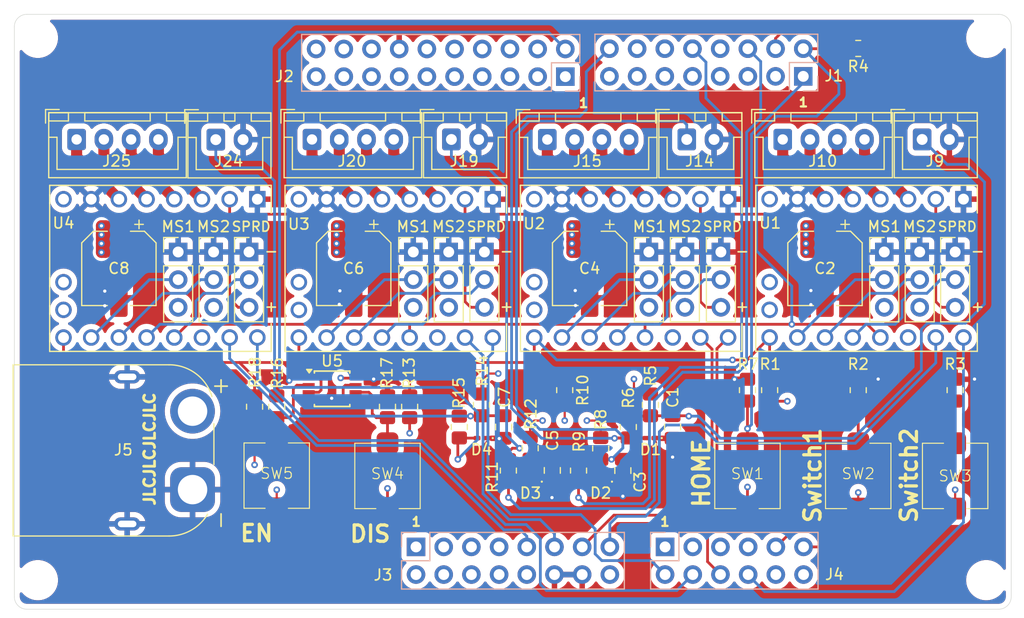
<source format=kicad_pcb>
(kicad_pcb (version 20240108) (generator "pcbnew") (generator_version "8.0")
  (layers (0 "F.Cu" signal) (1 "In1.Cu" signal) (2 "In2.Cu" signal) (31 "B.Cu" signal) (34 "B.Paste" user) (35 "F.Paste" user) (36 "B.SilkS" user "B.Silkscreen") (37 "F.SilkS" user "F.Silkscreen") (38 "B.Mask" user) (39 "F.Mask" user) (44 "Edge.Cuts" user))
  (net 0 "")
  (net 1 "/P3-31{slash}ADC0-A12")
  (net 2 "/P3-30{slash}ADC0-A13")
  (net 3 "/P1-13{slash}ADC0-A11")
  (net 4 "/TMC_2209_Beschaltung/Motor_DIAG")
  (net 5 "/P1-10{slash}ADC0-A8")
  (net 6 "GND")
  (net 7 "/TMC_2209_Beschaltung/Motor_INDEX")
  (net 9 "/P1-12{slash}ADC0-A10")
  (net 10 "/P3-29{slash}GPIO")
  (net 11 "/P2-0{slash}ADC0-A0")
  (net 12 "/P1-11{slash}GPIO")
  (net 13 "/P3-31{slash}TRIG5")
  (net 14 "/MCU-RESETn")
  (net 15 "SYS-5V")
  (net 16 "/P3-8{slash}PWM0-A1")
  (net 17 "/P3-6{slash}PWM0-A0")
  (net 18 "/P3-9{slash}PWM0-B1")
  (net 19 "/P3-11{slash}PWM0-B2")
  (net 20 "/P2-7{slash}TRIG10")
  (net 21 "VDD-BOARD")
  (net 22 "/P3-10{slash}PWM0-A2")
  (net 23 "/P3-7{slash}PWM0-B0")
  (net 24 "/P1-8{slash}SDA0")
  (net 25 "/P2-16{slash}SDI1")
  (net 26 "/P2-2{slash}ADC0-A4")
  (net 27 "/P2-1{slash}ADC0-A1")
  (net 28 "/P3-15{slash}GPIO")
  (net 29 "/P2-13{slash}SDO1")
  (net 30 "/P2-6{slash}CSI1")
  (net 31 "/P1-4{slash}ADC0-A20")
  (net 32 "/P2-12{slash}SCK1")
  (net 33 "/P1-9{slash}SCL0")
  (net 34 "/P2-3{slash}ADC0-A2")
  (net 35 "/P3-14{slash}PWM0-X2")
  (net 36 "/P1-5{slash}ADC0-A21")
  (net 37 "VDDA_MCU")
  (net 38 "/P3-12{slash}PWM0-X2")
  (net 39 "/P1-5{slash}UART2-TXD")
  (net 40 "/P2-5{slash}GPIO")
  (net 41 "/P3-13{slash}PWM0-X1")
  (net 42 "/P1-7{slash}GPIO")
  (net 43 "/P3-1{slash}GPIO")
  (net 44 "/P3-0{slash}PWM0-A0")
  (net 47 "/P2-4{slash}GPIO")
  (net 49 "/P1-6{slash}TRIG2")
  (net 50 "/P1-4{slash}UART2-RXD")
  (net 51 "/TMC_2209_Beschaltung/B2")
  (net 52 "/TMC_2209_Beschaltung/B1")
  (net 53 "/TMC_2209_Beschaltung/A1")
  (net 54 "/TMC_2209_Beschaltung/A2")
  (net 55 "Vcc_Logic")
  (net 56 "Vcc_Motor")
  (net 58 "/TMC_2209_Beschaltung1/Motor_INDEX")
  (net 59 "/TMC_2209_Beschaltung1/Motor_DIAG")
  (net 60 "/TMC_2209_Beschaltung2/Motor_DIAG")
  (net 61 "/TMC_2209_Beschaltung2/Motor_INDEX")
  (net 63 "/TMC_2209_Beschaltung3/Motor_DIAG")
  (net 64 "/TMC_2209_Beschaltung3/Motor_INDEX")
  (net 66 "Net-(J9-Pin_1)")
  (net 67 "/TMC_2209_Beschaltung1/A2")
  (net 68 "/TMC_2209_Beschaltung/MS1")
  (net 69 "/TMC_2209_Beschaltung/MS2")
  (net 70 "/TMC_2209_Beschaltung/SPRD")
  (net 71 "/TMC_2209_Beschaltung1/SPRD")
  (net 72 "/TMC_2209_Beschaltung1/MS2")
  (net 73 "/TMC_2209_Beschaltung1/MS1")
  (net 74 "/TMC_2209_Beschaltung2/MS2")
  (net 75 "/TMC_2209_Beschaltung2/SPRD")
  (net 76 "/TMC_2209_Beschaltung2/MS1")
  (net 77 "/TMC_2209_Beschaltung3/MS1")
  (net 78 "/TMC_2209_Beschaltung3/SPRD")
  (net 79 "/TMC_2209_Beschaltung3/MS2")
  (net 80 "/{slash}ENABLE")
  (net 81 "/EN_Logic/ENABLE")
  (net 82 "Net-(J14-Pin_1)")
  (net 83 "Net-(J19-Pin_1)")
  (net 84 "Net-(J24-Pin_1)")
  (net 98 "/TMC_2209_Beschaltung1/A1")
  (net 99 "/TMC_2209_Beschaltung1/B2")
  (net 100 "/TMC_2209_Beschaltung1/B1")
  (net 101 "/TMC_2209_Beschaltung2/B2")
  (net 102 "/TMC_2209_Beschaltung2/A1")
  (net 103 "/TMC_2209_Beschaltung2/B1")
  (net 104 "/TMC_2209_Beschaltung2/A2")
  (net 105 "/TMC_2209_Beschaltung3/B2")
  (net 106 "/TMC_2209_Beschaltung3/A2")
  (net 107 "/TMC_2209_Beschaltung3/A1")
  (net 108 "/TMC_2209_Beschaltung3/B1")
  (net 109 "Net-(R17-Pad1)")
  (net 110 "Net-(R18-Pad1)")
  (footprint "Capacitor_SMD:C_0805_2012Metric_Pad1.18x1.45mm_HandSolder" (layer "F.Cu") (at 134.5 109.984 -90)
    (property "Reference" "C5")
    (property "Value" "0.1UF" (hide yes))
  )
  (footprint "MountingHole:MountingHole_3.2mm_M3" (layer "F.Cu") (at 87.311222 70.274168)
    (property "Reference" "H1" (hide yes))
    (property "Value" "Mechanical_MountingHole" (hide yes))
  )
  (footprint "Connector_PinHeader_2.54mm:PinHeader_1x03_P2.54mm_Vertical" (layer "F.Cu") (at 124.998 89.931)
    (property "Reference" "J17" (hide yes))
    (property "Value" "Conn_01x03" (hide yes))
  )
  (footprint "Resistor_SMD:R_0805_2012Metric_Pad1.20x1.40mm_HandSolder" (layer "F.Cu") (at 154.432 102.616 -90)
    (property "Reference" "R7")
    (property "Value" "10K" (hide yes))
  )
  (footprint "Resistor_SMD:R_0805_2012Metric_Pad1.20x1.40mm_HandSolder" (layer "F.Cu") (at 130.468 110 -90)
    (property "Reference" "R12")
    (property "Value" "100R" (hide yes))
  )
  (footprint "Package_SO:TSSOP-8_3x3mm_P0.65mm" (layer "F.Cu") (at 114.3 102.489)
    (property "Reference" "U5")
    (property "Value" "74LVC2G00" (hide yes))
  )
  (footprint "MountingHole:MountingHole_3.2mm_M3" (layer "F.Cu") (at 87.311222 120.058168)
    (property "Reference" "H3" (hide yes))
    (property "Value" "Mechanical_MountingHole" (hide yes))
  )
  (footprint "Resistor_SMD:R_0805_2012Metric_Pad1.20x1.40mm_HandSolder" (layer "F.Cu") (at 162.56 71.247 180)
    (property "Reference" "R4")
    (property "Value" "1K" (hide yes))
  )
  (footprint "Schrittmotortreiber:MODULE_TMC2209_SILENTSTEPSTICK" (layer "F.Cu") (at 141.732 91.43 -90)
    (property "Reference" "U2")
    (property "Value" "TMC2209_SILENTSTEPSTICK" (hide yes))
  )
  (footprint "Connector_JST:JST_XH_B2B-XH-A_1x02_P2.50mm_Vertical" (layer "F.Cu") (at 146.832 79.602)
    (property "Reference" "J14")
    (property "Value" "Conn_01x02_Pin" (hide yes))
  )
  (footprint "Button:Takt_Schalter_Aliexpress" (layer "F.Cu") (at 171.45 107.49 -90)
    (property "Reference" "SW3")
    (property "Value" "SW2")
  )
  (footprint "Connector_PinHeader_2.54mm:PinHeader_1x03_P2.54mm_Vertical" (layer "F.Cu") (at 164.9476 89.931)
    (property "Reference" "J8" (hide yes))
    (property "Value" "Conn_01x03" (hide yes))
  )
  (footprint "Connector_PinHeader_2.54mm:PinHeader_1x03_P2.54mm_Vertical" (layer "F.Cu") (at 171.45 89.931)
    (property "Reference" "J6" (hide yes))
    (property "Value" "Conn_01x03" (hide yes))
  )
  (footprint "XT60PW-M:AMASS_XT60PW-M" (layer "F.Cu") (at 95.1484 108.1024 90)
    (property "Reference" "J5")
    (property "Value" "Conn_01x02_Socket" (hide yes))
  )
  (footprint "Connector_PinHeader_2.54mm:PinHeader_1x03_P2.54mm_Vertical" (layer "F.Cu") (at 121.7468 89.931)
    (property "Reference" "J18" (hide yes))
    (property "Value" "Conn_01x03" (hide yes))
  )
  (footprint "Resistor_SMD:R_0805_2012Metric_Pad1.20x1.40mm_HandSolder" (layer "F.Cu") (at 143.5 103.968 90)
    (property "Reference" "R5")
    (property "Value" "10K" (hide yes))
  )
  (footprint "Resistor_SMD:R_0805_2012Metric_Pad1.20x1.40mm_HandSolder" (layer "F.Cu") (at 119.38 104.14 90)
    (property "Reference" "R17")
    (property "Value" "10K" (hide yes))
  )
  (footprint "Connector_PinHeader_2.54mm:PinHeader_1x03_P2.54mm_Vertical" (layer "F.Cu") (at 168.1988 89.931)
    (property "Reference" "J7" (hide yes))
    (property "Value" "Conn_01x03" (hide yes))
  )
  (footprint "Resistor_SMD:R_0805_2012Metric_Pad1.20x1.40mm_HandSolder" (layer "F.Cu") (at 107.188 104.14 -90)
    (property "Reference" "R16")
    (property "Value" "10K" (hide yes))
  )
  (footprint "Capacitor_SMD:C_0805_2012Metric_Pad1.18x1.45mm_HandSolder" (layer "F.Cu") (at 140.968 110 -90)
    (property "Reference" "C3")
    (property "Value" "0.1UF" (hide yes))
  )
  (footprint "Connector_PinHeader_2.54mm:PinHeader_1x03_P2.54mm_Vertical" (layer "F.Cu") (at 149.9616 89.931)
    (property "Reference" "J11" (hide yes))
    (property "Value" "Conn_01x03" (hide yes))
  )
  (footprint "Diode_SMD:D_0201_0603Metric_Pad0.64x0.40mm_HandSolder" (layer "F.Cu") (at 128 107.016 180)
    (property "Reference" "D4")
    (property "Value" "D_TVS" (hide yes))
  )
  (footprint "Capacitor_SMD:CP_Elec_6.3x7.7" (layer "F.Cu") (at 159.512 91.44 -90)
    (property "Reference" "C2")
    (property "Value" "100UF/35V" (hide yes))
  )
  (footprint "Button:Takt_Schalter_Aliexpress" (layer "F.Cu") (at 152.4 107.49 -90)
    (property "Reference" "SW1")
    (property "Value" "Home")
  )
  (footprint "Resistor_SMD:R_0805_2012Metric_Pad1.20x1.40mm_HandSolder" (layer "F.Cu") (at 152.4 102.616 90)
    (property "Reference" "R1")
    (property "Value" "10K" (hide yes))
  )
  (footprint "Resistor_SMD:R_0805_2012Metric_Pad1.20x1.40mm_HandSolder" (layer "F.Cu") (at 132.468 107.952 90)
    (property "Reference" "R11")
    (property "Value" "10K" (hide yes))
  )
  (footprint "Resistor_SMD:R_0805_2012Metric_Pad1.20x1.40mm_HandSolder" (layer "F.Cu") (at 138.936 107.968 90)
    (property "Reference" "R8")
    (property "Value" "10K" (hide yes))
  )
  (footprint "Button:Takt_Schalter_Aliexpress" (layer "F.Cu") (at 109.22 107.4618 -90)
    (property "Reference" "SW5")
    (property "Value" "EN")
  )
  (footprint "Resistor_SMD:R_0805_2012Metric_Pad1.20x1.40mm_HandSolder" (layer "F.Cu") (at 135.636 102.616 -90)
    (property "Reference" "R10")
    (property "Value" "10K")
  )
  (footprint "Connector_JST:JST_XH_B2B-XH-A_1x02_P2.50mm_Vertical" (layer "F.Cu") (at 103.632 79.619)
    (property "Reference" "J24")
    (property "Value" "Conn_01x02_Pin" (hide yes))
  )
  (footprint "Connector_JST:JST_XH_B4B-XH-A_1x04_P2.50mm_Vertical" (layer "F.Cu") (at 112.455 79.602)
    (property "Reference" "J20")
    (property "Value" "Conn_01x04_Pin" (hide yes))
  )
  (footprint "Fisch:Fischi" (layer "F.Cu") (at 99.49703 74.168)
    (property "Reference" "Blub1" (hide yes))
    (property "Value" "~" (hide yes))
  )
  (footprint "Connector_PinHeader_2.54mm:PinHeader_1x03_P2.54mm_Vertical" (layer "F.Cu") (at 128.27 89.931)
    (property "Reference" "J16" (hide yes))
    (property "Value" "Conn_01x03" (hide yes))
  )
  (footprint "Connector_PinHeader_2.54mm:PinHeader_1x03_P2.54mm_Vertical" (layer "F.Cu") (at 106.68 89.931)
    (property "Reference" "J21" (hide yes))
    (property "Value" "Conn_01x03" (hide yes))
  )
  (footprint "Connector_PinHeader_2.54mm:PinHeader_1x03_P2.54mm_Vertical" (layer "F.Cu") (at 100.1776 89.931)
    (property "Reference" "J23" (hide yes))
    (property "Value" "Conn_01x03" (hide yes))
  )
  (footprint "Connector_JST:JST_XH_B4B-XH-A_1x04_P2.50mm_Vertical" (layer "F.Cu") (at 155.635 79.602)
    (property "Reference" "J10")
    (property "Value" "Conn_01x04_Pin" (hide yes))
  )
  (footprint "Connector_JST:JST_XH_B4B-XH-A_1x04_P2.50mm_Vertical" (layer "F.Cu") (at 90.865 79.602)
    (property "Reference" "J25")
    (property "Value" "Conn_01x04_Pin" (hide yes))
  )
  (footprint "Capacitor_SMD:C_0805_2012Metric_Pad1.18x1.45mm_HandSolder" (layer "F.Cu") (at 145.532 106 -90)
    (property "Reference" "C1")
    (property "Value" "0.1UF" (hide yes))
  )
  (footprint "Schrittmotortreiber:MODULE_TMC2209_SILENTSTEPSTICK" (layer "F.Cu") (at 163.322 91.43 -90)
    (property "Reference" "U1")
    (property "Value" "TMC2209_SILENTSTEPSTICK" (hide yes))
  )
  (footprint "Resistor_SMD:R_0805_2012Metric_Pad1.20x1.40mm_HandSolder" (layer "F.Cu") (at 128 103.968 90)
    (property "Reference" "R14")
    (property "Value" "10K" (hide yes))
  )
  (footprint "Connector_PinHeader_2.54mm:PinHeader_1x03_P2.54mm_Vertical" (layer "F.Cu") (at 143.3576 89.931)
    (property "Reference" "J13" (hide yes))
    (property "Value" "Conn_01x03" (hide yes))
  )
  (footprint "Diode_SMD:D_0201_0603Metric_Pad0.64x0.40mm_HandSolder" (layer "F.Cu") (at 138.936 111.016 180)
    (property "Reference" "D2")
    (property "Value" "D_TVS" (hide yes))
  )
  (footprint "Capacitor_SMD:C_0805_2012Metric_Pad1.18x1.45mm_HandSolder" (layer "F.Cu") (at 130.032 106 -90)
    (property "Reference" "C7")
    (property "Value" "0.1UF" (hide yes))
  )
  (footprint "Connector_JST:JST_XH_B4B-XH-A_1x04_P2.50mm_Vertical" (layer "F.Cu") (at 134.0396 79.6104)
    (property "Reference" "J15")
    (property "Value" "Conn_01x04_Pin" (hide yes))
  )
  (footprint "Button:Takt_Schalter_Aliexpress" (layer "F.Cu") (at 119.38 107.49 -90)
    (property "Reference" "SW4")
    (property "Value" "DIS")
  )
  (footprint "MountingHole:MountingHole_3.2mm_M3" (layer "F.Cu") (at 174.306222 70.274168)
    (property "Reference" "H2" (hide yes))
    (property "Value" "Mechanical_MountingHole" (hide yes))
  )
  (footprint "Resistor_SMD:R_0805_2012Metric_Pad1.20x1.40mm_HandSolder" (layer "F.Cu") (at 121.412 104.14 -90)
    (property "Reference" "R13")
    (property "Value" "10K" (hide yes))
  )
  (footprint "Button:Takt_Schalter_Aliexpress" (layer "F.Cu") (at 162.56 107.49 -90)
    (property "Reference" "SW2")
    (property "Value" "SW1")
  )
  (footprint "Capacitor_SMD:CP_Elec_6.3x7.7" (layer "F.Cu") (at 137.922 91.44 -90)
    (property "Reference" "C4")
    (property "Value" "100UF/35V" (hide yes))
  )
  (footprint "Resistor_SMD:R_0805_2012Metric_Pad1.20x1.40mm_HandSolder" (layer "F.Cu") (at 162.56 102.616 90)
    (property "Reference" "R2")
    (property "Value" "10K" (hide yes))
  )
  (footprint "Resistor_SMD:R_0805_2012Metric_Pad1.20x1.40mm_HandSolder" (layer "F.Cu") (at 136.904 110 -90)
    (property "Reference" "R9")
    (property "Value" "100R" (hide yes))
  )
  (footprint "Schrittmotortreiber:MODULE_TMC2209_SILENTSTEPSTICK" (layer "F.Cu") (at 98.552 91.435 -90)
    (property "Reference" "U4")
    (property "Value" "TMC2209_SILENTSTEPSTICK" (hide yes))
  )
  (footprint "Resistor_SMD:R_0805_2012Metric_Pad1.20x1.40mm_HandSolder" (layer "F.Cu") (at 109.22 104.14 90)
    (property "Reference" "R18")
    (property "Value" "10K" (hide yes))
  )
  (footprint "Diode_SMD:D_0201_0603Metric_Pad0.64x0.40mm_HandSolder" (layer "F.Cu") (at 132.5 111.016 180)
    (property "Reference" "D3")
    (property "Value" "D_TVS" (hide yes))
  )
  (footprint "MountingHole:MountingHole_3.2mm_M3" (layer "F.Cu") (at 174.306222 120.058168)
    (property "Reference" "H4" (hide yes))
    (property "Value" "Mechanical_MountingHole" (hide yes))
  )
  (footprint "Resistor_SMD:R_0805_2012Metric_Pad1.20x1.40mm_HandSolder" (layer "F.Cu") (at 125.968 106 -90)
    (property "Reference" "R15")
    (property "Value" "100R" (hide yes))
  )
  (footprint "Connector_JST:JST_XH_B2B-XH-A_1x02_P2.50mm_Vertical" (layer "F.Cu") (at 168.422 79.602)
    (property "Reference" "J9")
    (property "Value" "Conn_01x02_Pin" (hide yes))
  )
  (footprint "Diode_SMD:D_0201_0603Metric_Pad0.64x0.40mm_HandSolder" (layer "F.Cu") (at 143.5 107.016 180)
    (property "Reference" "D1")
    (property "Value" "D_TVS" (hide yes))
  )
  (footprint "Connector_JST:JST_XH_B2B-XH-A_1x02_P2.50mm_Vertical" (layer "F.Cu") (at 125.242 79.602)
    (property "Reference" "J19")
    (property "Value" "Conn_01x02_Pin" (hide yes))
  )
  (footprint "Capacitor_SMD:CP_Elec_6.3x7.7" (layer "F.Cu") (at 116.2812 91.44 -90)
    (property "Reference" "C6")
    (property "Value" "100UF/35V" (hide yes))
  )
  (footprint "Capacitor_SMD:CP_Elec_6.3x7.7" (layer "F.Cu") (at 94.742 91.44 -90)
    (property "Reference" "C8")
    (property "Value" "100UF/35V" (hide yes))
  )
  (footprint "Schrittmotortreiber:MODULE_TMC2209_SILENTSTEPSTICK" (layer "F.Cu") (at 120.142 91.44 -90)
    (property "Reference" "U3")
    (property "Value" "TMC2209_SILENTSTEPSTICK" (hide yes))
  )
  (footprint "Connector_PinHeader_2.54mm:PinHeader_1x03_P2.54mm_Vertical" (layer "F.Cu") (at 146.6596 89.931)
    (property "Reference" "J12" (hide yes))
    (property "Value" "Conn_01x03" (hide yes))
  )
  (footprint "Resistor_SMD:R_0805_2012Metric_Pad1.20x1.40mm_HandSolder" (layer "F.Cu") (at 141.468 106 -90)
    (property "Reference" "R6")
    (property "Value" "100R" (hide yes))
  )
  (footprint "Connector_PinHeader_2.54mm:PinHeader_1x03_P2.54mm_Vertical" (layer "F.Cu") (at 103.4288 89.931)
    (property "Reference" "J22" (hide yes))
    (property "Value" "Conn_01x03" (hide yes))
  )
  (footprint "Resistor_SMD:R_0805_2012Metric_Pad1.20x1.40mm_HandSolder" (layer "F.Cu") (at 171.45 102.616 90)
    (property "Reference" "R3")
    (property "Value" "10K" (hide yes))
  )
  (footprint "Connector_PinHeader_2.54mm:PinHeader_2x06_P2.54mm_Vertical" (layer "B.Cu") (at 144.843222 117.005168 -90)
    (property "Reference" "J4")
    (property "Value" "SSQ-106-03-T-D" (hide yes))
  )
  (footprint "Connector_PinHeader_2.54mm:PinHeader_2x10_P2.54mm_Vertical" (layer "B.Cu") (at 135.693222 73.835168 90)
    (property "Reference" "J2")
    (property "Value" "SSQ-110-03-T-D" (hide yes))
  )
  (footprint "Connector_PinHeader_2.54mm:PinHeader_2x08_P2.54mm_Vertical" (layer "B.Cu") (at 157.517222 73.810168 90)
    (property "Reference" "J1")
    (property "Value" "SSQ-108-03-T-D" (hide yes))
  )
  (footprint "Connector_PinHeader_2.54mm:PinHeader_2x08_P2.54mm_Vertical" (layer "B.Cu") (at 121.997222 117.005168 -90)
    (property "Reference" "J3")
    (property "Value" "SSQ-108-03-T-D" (hide yes))
  )
  (gr_arc (start 85.152222 69.258168) (mid 85.486999 68.449945) (end 86.295222 68.115168) (stroke (width 0.05)) (layer "Edge.Cuts"))
  (gr_line (start 85.152222 121.582168) (end 85.152222 69.258168) (stroke (width 0.05)) (layer "Edge.Cuts"))
  (gr_arc (start 86.295222 122.725168) (mid 85.486999 122.390391) (end 85.152222 121.582168) (stroke (width 0.05)) (layer "Edge.Cuts"))
  (gr_arc (start 176.592222 121.582168) (mid 176.257445 122.390391) (end 175.449222 122.725168) (stroke (width 0.05)) (layer "Edge.Cuts"))
  (gr_line (start 176.592222 69.258168) (end 176.592222 121.582168) (stroke (width 0.05)) (layer "Edge.Cuts"))
  (gr_line (start 86.295222 68.115168) (end 175.449222 68.115168) (stroke (width 0.05)) (layer "Edge.Cuts"))
  (gr_line (start 175.449222 122.725168) (end 86.295222 122.725168) (stroke (width 0.05)) (layer "Edge.Cuts"))
  (gr_arc (start 175.449222 68.115168) (mid 176.257445 68.449945) (end 176.592222 69.258168) (stroke (width 0.05)) (layer "Edge.Cuts"))
  (gr_text "HOME" (at 149.0472 113.538 90) (layer "F.SilkS") (effects (font (size 1.5 1.5) (thickness 0.3) (bold yes)) (justify left bottom)))
  (gr_text "EN" (at 105.7148 116.6368 0) (layer "F.SilkS") (effects (font (size 1.5 1.5) (thickness 0.3) (bold yes)) (justify left bottom)))
  (gr_text "JLCJLCJLCJLC" (at 98.1456 113.3348 90) (layer "F.SilkS") (effects (font (size 1 1) (thickness 0.25) (bold yes)) (justify left bottom)))
  (gr_text "Switch1" (at 159.258 114.9604 90) (layer "F.SilkS") (effects (font (size 1.5 1.5) (thickness 0.3) (bold yes)) (justify left bottom)))
  (gr_text "SPRD" (at 105.0036 88.138 0) (layer "F.SilkS") (effects (font (size 0.8984 0.8984) (thickness 0.15) (bold yes)) (justify left bottom)))
  (gr_text "MS2" (at 145.034 88.1888 0) (layer "F.SilkS") (effects (font (size 1 1)) (justify left bottom)))
  (gr_text "SPRD" (at 126.5682 88.138 0) (layer "F.SilkS") (effects (font (size 0.8984 0.8984) (thickness 0.15) (bold yes)) (justify left bottom)))
  (gr_text "+" (at 108.0008 95.504 0) (layer "F.SilkS") (effects (font (size 1 1)) (justify left bottom)))
  (gr_text "MS2" (at 101.8032 88.1888 0) (layer "F.SilkS") (effects (font (size 1 1)) (justify left bottom)))
  (gr_text "1" (at 157.5308 76.2 0) (layer "F.SilkS") (effects (font (size 0.8255 0.8255) (thickness 0.254) (bold yes))))
  (gr_text "Switch2" (at 168.0972 114.9604 90) (layer "F.SilkS") (effects (font (size 1.5 1.5) (thickness 0.3) (bold yes)) (justify left bottom)))
  (gr_text "MS1" (at 141.7828 88.1888 0) (layer "F.SilkS") (effects (font (size 1 1)) (justify left bottom)))
  (gr_text "MS2" (at 166.5732 88.1888 0) (layer "F.SilkS") (effects (font (size 1 1)) (justify left bottom)))
  (gr_text "MS1" (at 98.552 88.1888 0) (layer "F.SilkS") (effects (font (size 1 1)) (justify left bottom)))
  (gr_text "+" (at 172.7962 95.504 0) (layer "F.SilkS") (effects (font (size 1 1)) (justify left bottom)))
  (gr_text "-" (at 129.5908 90.424 0) (layer "F.SilkS") (effects (font (size 1 1)) (justify left bottom)))
  (gr_text "SPRD" (at 148.2344 88.138 0) (layer "F.SilkS") (effects (font (size 0.8984 0.8984) (thickness 0.15) (bold yes)) (justify left bottom)))
  (gr_text "1" (at 144.8308 114.7064 0) (layer "F.SilkS") (effects (font (size 0.8255 0.8255) (thickness 0.254) (bold yes))))
  (gr_text "DIS" (at 115.7732 116.6876 0) (layer "F.SilkS") (effects (font (size 1.5 1.5) (thickness 0.3) (bold yes)) (justify left bottom)))
  (gr_text "-" (at 172.7962 90.424 0) (layer "F.SilkS") (effects (font (size 1 1)) (justify left bottom)))
  (gr_text "+" (at 151.2062 95.504 0) (layer "F.SilkS") (effects (font (size 1 1)) (justify left bottom)))
  (gr_text "MS2" (at 123.3678 88.1888 0) (layer "F.SilkS") (effects (font (size 1 1)) (justify left bottom)))
  (gr_text "1" (at 137.371252 76.265548 0) (layer "F.SilkS") (effects (font (size 0.8255 0.8255) (thickness 0.254) (bold yes))))
  (gr_text "-" (at 151.2062 90.424 0) (layer "F.SilkS") (effects (font (size 1 1)) (justify left bottom)))
  (gr_text "-" (at 108.0008 90.424 0) (layer "F.SilkS") (effects (font (size 1 1)) (justify left bottom)))
  (gr_text "MS1" (at 120.1166 88.1888 0) (layer "F.SilkS") (effects (font (size 1 1)) (justify left bottom)))
  (gr_text "+" (at 129.5908 95.504 0) (layer "F.SilkS") (effects (font (size 1 1)) (justify left bottom)))
  (gr_text "MS1" (at 163.322 88.1888 0) (layer "F.SilkS") (effects (font (size 1 1)) (justify left bottom)))
  (gr_text "1" (at 122.0216 114.7064 0) (layer "F.SilkS") (effects (font (size 0.8255 0.8255) (thickness 0.254) (bold yes))))
  (gr_text "SPRD" (at 169.7736 88.138 0) (layer "F.SilkS") (effects (font (size 0.8984 0.8984) (thickness 0.15) (bold yes)) (justify left bottom)))
  (segment (start 149.6028 98.7992) (end 150.622 97.78) (width 0.254) (layer "F.Cu") (net 3))
  (segment (start 149.6028 112.303652) (end 149.6028 98.7992) (width 0.254) (layer "F.Cu") (net 3))
  (segment (start 148.7392 113.167253) (end 149.6028 112.303652) (width 0.254) (layer "F.Cu") (net 3))
  (segment (start 149.923222 119.545168) (end 148.7392 118.361146) (width 0.254) (layer "F.Cu") (net 3))
  (segment (start 148.7392 118.361146) (end 148.7392 113.167253) (width 0.254) (layer "F.Cu") (net 3))
  (segment (start 128.597 99.622) (end 128.597 111.938844) (width 0.254) (layer "B.Cu") (net 5))
  (segment (start 130.704156 114.046) (end 137.1092 114.046) (width 0.254) (layer "B.Cu") (net 5))
  (segment (start 137.1092 114.046) (end 138.43 115.3668) (width 0.254) (layer "B.Cu") (net 5))
  (segment (start 138.43 117.6528) (end 139.0396 118.2624) (width 0.254) (layer "B.Cu") (net 5))
  (segment (start 139.0396 118.2624) (end 143.560454 118.2624) (width 0.254) (layer "B.Cu") (net 5))
  (segment (start 128.597 111.938844) (end 130.704156 114.046) (width 0.254) (layer "B.Cu") (net 5))
  (segment (start 129.032 99.187) (end 128.597 99.622) (width 0.254) (layer "B.Cu") (net 5))
  (segment (start 138.43 115.3668) (end 138.43 117.6528) (width 0.254) (layer "B.Cu") (net 5))
  (segment (start 129.032 97.79) (end 129.032 99.187) (width 0.254) (layer "B.Cu") (net 5))
  (segment (start 143.560454 118.2624) (end 144.843222 119.545168) (width 0.254) (layer "B.Cu") (net 5))
  (segment (start 132.9075 111.016) (end 134.4945 111.016) (width 0.254) (layer "F.Cu") (net 6))
  (segment (start 119.38 103.14) (end 119.38 102.108) (width 0.2) (layer "F.Cu") (net 6))
  (segment (start 164.3888 101.6) (end 162.576 101.6) (width 0.2) (layer "F.Cu") (net 6))
  (segment (start 158.2166 94.7674) (end 158.8846 94.7674) (width 0.254) (layer "F.Cu") (net 6))
  (segment (start 109.855 101.727) (end 110.363 101.727) (width 0.2) (layer "F.Cu") (net 6))
  (segment (start 136.6266 94.8436) (end 137.2184 94.8436) (width 0.254) (layer "F.Cu") (net 6))
  (segment (start 151.2156 101.616) (end 151.2062 101.6254) (width 0.2) (layer "F.Cu") (net 6))
  (segment (start 94.013 94.869) (end 93.4466 94.869) (width 0.2) (layer "F.Cu") (net 6))
  (segment (start 115.6792 94.742) (end 114.9604 94.742) (width 0.254) (layer "F.Cu") (net 6))
  (segment (start 112.15 103.464) (end 114.1564 103.464) (width 0.254) (layer "F.Cu") (net 6))
  (segment (start 118.872 101.6) (end 118.11 101.6) (width 0.2) (layer "F.Cu") (net 6))
  (segment (start 145.532 107.0375) (end 143.929 107.0375) (width 0.254) (layer "F.Cu") (net 6))
  (segment (start 145.531999 108.7628) (end 145.532 107.0375) (width 0.254) (layer "F.Cu") (net 6))
  (segment (start 158.844 93.472) (end 159.512 94.14) (width 0.254) (layer "F.Cu") (net 6))
  (segment (start 134.5 111.0215) (end 134.5 112.4476) (width 0.254) (layer "F.Cu") (net 6))
  (segment (start 152.4 101.616) (end 151.2156 101.616) (width 0.2) (layer "F.Cu") (net 6))
  (segment (start 171.466 101.6) (end 171.45 101.616) (width 0.2) (layer "F.Cu") (net 6))
  (segment (start 116.2812 94.14) (end 115.6792 94.742) (width 0.254) (layer "F.Cu") (net 6))
  (segment (start 94.1248 93.5228) (end 93.446602 93.5228) (width 0.2) (layer "F.Cu") (net 6))
  (segment (start 140.963 111.0425) (end 140.968 111.0375) (width 0.254) (layer "F.Cu") (net 6))
  (segment (start 130.032 107.0375) (end 128.429 107.0375) (width 0.254) (layer "F.Cu") (net 6))
  (segment (start 158.8846 94.7674) (end 159.512 94.14) (width 0.254) (layer "F.Cu") (net 6))
  (segment (start 128.429 107.0375) (end 128.4075 107.016) (width 0.254) (layer "F.Cu") (net 6))
  (segment (start 94.742 94.14) (end 94.1248 93.5228) (width 0.2) (layer "F.Cu") (net 6))
  (segment (start 158.2166 93.472) (end 158.844 93.472) (width 0.254) (layer "F.Cu") (net 6))
  (segment (start 109.22 102.362) (end 109.855 101.727) (width 0.2) (layer "F.Cu") (net 6))
  (segment (start 137.2184 94.8436) (end 137.922 94.14) (width 0.254) (layer "F.Cu") (net 6))
  (segment (start 139.3435 111.016) (end 140.9465 111.016) (width 0.254) (layer "F.Cu") (net 6))
  (segment (start 162.576 101.6) (end 162.56 101.616) (width 0.2) (layer "F.Cu") (net 6))
  (segment (start 116.2812 94.14) (end 115.6386 93.4974) (width 0.254) (layer "F.Cu") (net 6))
  (segment (start 173.228 101.6) (end 171.466 101.6) (width 0.2) (layer "F.Cu") (net 6))
  (segment (start 115.6386 93.4974) (end 115.0112 93.4974) (width 0.254) (layer "F.Cu") (net 6))
  (segment (start 119.38 102.108) (end 118.872 101.6) (width 0.2) (layer "F.Cu") (net 6))
  (segment (start 140.9465 111.016) (end 140.968 111.0375) (width 0.254) (layer "F.Cu") (net 6))
  (segment (start 143.929 107.0375) (end 143.9075 107.016) (width 0.254) (layer "F.Cu") (net 6))
  (segment (start 136.6012 93.472) (end 137.254 93.472) (width 0.254) (layer "F.Cu") (net 6))
  (segment (start 137.254 93.472) (end 137.922 94.14) (width 0.254) (layer "F.Cu") (net 6))
  (segment (start 134.5 112.4476) (end 134.4676 112.48) (width 0.254) (layer "F.Cu") (net 6))
  (segment (start 94.742 94.14) (end 94.013 94.869) (width 0.2) (layer "F.Cu") (net 6))
  (segment (start 134.4945 111.016) (end 134.5 111.0215) (width 0.254) (layer "F.Cu") (net 6))
  (segment (start 140.968 111.0375) (end 140.968001 112.3562) (width 0.254) (layer "F.Cu") (net 6))
  (segment (start 114.1564 103.464) (end 114.259 103.3614) (width 0.254) (layer "F.Cu") (net 6))
  (segment (start 109.22 103.14) (end 109.22 102.362) (width 0.2) (layer "F.Cu") (net 6))
  (via (at 115.0112 93.4974) (size 0.6) (drill 0.3) (layers "F.Cu" "B.Cu") (net 6))
  (via (at 140.968001 112.3562) (size 0.6) (drill 0.3) (layers "F.Cu" "B.Cu") (net 6))
  (via (at 136.6266 94.8436) (size 0.6) (drill 0.3) (layers "F.Cu" "B.Cu") (net 6))
  (via (at 158.2166 94.7674) (size 0.6) (drill 0.3) (layers "F.Cu" "B.Cu") (net 6))
  (via (at 164.3888 101.6) (size 0.6) (drill 0.3) (layers "F.Cu" "B.Cu") (net 6))
  (via (at 110.363 101.727) (size 0.6) (drill 0.3) (layers "F.Cu" "B.Cu") (net 6))
  (via (at 136.6012 93.472) (size 0.6) (drill 0.3) (layers "F.Cu" "B.Cu") (net 6))
  (via (at 129.6314 107.061) (size 0.6) (drill 0.3) (layers "F.Cu" "B.Cu") (net 6))
  (via (at 114.9604 94.742) (size 0.6) (drill 0.3) (layers "F.Cu" "B.Cu") (net 6))
  (via (at 173.228 101.6) (size 0.6) (drill 0.3) (layers "F.Cu" "B.Cu") (net 6))
  (via (at 118.11 101.6) (size 0.6) (drill 0.3) (layers "F.Cu" "B.Cu") (net 6))
  (via (at 151.2062 101.6254) (size 0.6) (drill 0.3) (layers "F.Cu" "B.Cu") (net 6))
  (via (at 93.4466 94.869) (size 0.6) (drill 0.3) (layers "F.Cu" "B.Cu") (net 6))
  (via (at 145.531999 108.7628) (size 0.6) (drill 0.3) (layers "F.Cu" "B.Cu") (net 6))
  (via (at 158.2166 93.472) (size 0.6) (drill 0.3) (layers "F.Cu" "B.Cu") (net 6))
  (via (at 114.259 103.3614) (size 0.6) (drill 0.3) (layers "F.Cu" "B.Cu") (net 6))
  (via (at 93.446602 93.5228) (size 0.6) (drill 0.3) (layers "F.Cu" "B.Cu") (net 6))
  (via (at 134.4676 112.48) (size 0.6) (drill 0.3) (layers "F.Cu" "B.Cu") (net 6))
  (segment (start 130.201052 114.954) (end 122.489052 107.242) (width 0.254) (layer "B.Cu") (net 9))
  (segment (start 133.9596 121.0056) (end 133.4008 120.4468) (width 0.254) (layer "B.Cu") (net 9))
  (segment (start 133.4008 120.4468) (end 133.4008 116.248747) (width 0.254) (layer "B.Cu") (net 9))
  (segment (start 113.069896 107.242) (end 107.442 101.614104) (width 0.254) (layer "B.Cu") (net 9))
  (segment (start 122.489052 107.242) (end 113.069896 107.242) (width 0.254) (layer "B.Cu") (net 9))
  (segment (start 145.92279 121.0056) (end 133.9596 121.0056) (width 0.254) (layer "B.Cu") (net 9))
  (segment (start 107.442 101.614104) (end 107.442 97.785) (width 0.254) (layer "B.Cu") (net 9))
  (segment (start 147.383222 119.545168) (end 145.92279 121.0056) (width 0.254) (layer "B.Cu") (net 9))
  (segment (start 133.4008 116.248747) (end 132.106053 114.954) (width 0.254) (layer "B.Cu") (net 9))
  (segment (start 132.106053 114.954) (end 130.201052 114.954) (width 0.254) (layer "B.Cu") (net 9))
  (segment (start 157.543222 117.005168) (end 164.172832 117.005168) (width 0.254) (layer "F.Cu") (net 10))
  (segment (start 171.45 109.728) (end 171.45 107.49) (width 0.254) (layer "F.Cu") (net 10))
  (segment (start 171.45 107.49) (end 171.45 103.616) (width 0.254) (layer "F.Cu") (net 10))
  (segment (start 164.172832 117.005168) (end 171.45 109.728) (width 0.254) (layer "F.Cu") (net 10))
  (segment (start 153.9748 121.1072) (end 152.463222 119.595622) (width 0.254) (layer "B.Cu") (net 11))
  (segment (start 172.212 114.7572) (end 165.862 121.1072) (width 0.254) (layer "B.Cu") (net 11))
  (segment (start 172.212 97.78) (end 172.212 114.7572) (width 0.254) (layer "B.Cu") (net 11))
  (segment (start 165.862 121.1072) (end 153.9748 121.1072) (width 0.254) (layer "B.Cu") (net 11))
  (segment (start 152.463222 119.595622) (end 152.463222 119.545168) (width 0.254) (layer "B.Cu") (net 11))
  (segment (start 155.028832 117.005168) (end 162.56 109.474) (width 0.254) (layer "F.Cu") (net 12))
  (segment (start 162.56 109.474) (end 162.56 107.49) (width 0.254) (layer "F.Cu") (net 12))
  (segment (start 162.56 103.616) (end 162.56 107.49) (width 0.254) (layer "F.Cu") (net 12))
  (segment (start 155.003222 117.005168) (end 155.028832 117.005168) (width 0.254) (layer "F.Cu") (net 12))
  (segment (start 128.143 99.441) (end 126.492 97.79) (width 0.254) (layer "B.Cu") (net 16))
  (segment (start 130.516104 114.5) (end 128.143 112.126896) (width 0.254) (layer "B.Cu") (net 16))
  (segment (start 134.697222 117.005168) (end 134.697222 115.803087) (width 0.254) (layer "B.Cu") (net 16))
  (segment (start 133.394135 114.5) (end 130.516104 114.5) (width 0.254) (layer "B.Cu") (net 16))
  (segment (start 128.143 112.126896) (end 128.143 99.441) (width 0.254) (layer "B.Cu") (net 16))
  (segment (start 134.697222 115.803087) (end 133.394135 114.5) (width 0.254) (layer "B.Cu") (net 16))
  (segment (start 144.3164 106.440177) (end 144.3164 112.9284) (width 0.254) (layer "B.Cu") (net 17))
  (segment (start 144.940177 105.8164) (end 144.3164 106.440177) (width 0.254) (layer "B.Cu") (net 17))
  (segment (start 169.672 97.78) (end 169.672 100.108452) (width 0.254) (layer "B.Cu") (net 17))
  (segment (start 140.462 114.1984) (end 143.0464 114.1984) (width 0.254) (layer "B.Cu") (net 17))
  (segment (start 169.672 100.108452) (end 162.290852 107.4896) (width 0.254) (layer "B.Cu") (net 17))
  (segment (start 149.722747 107.4896) (end 148.049547 105.8164) (width 0.254) (layer "B.Cu") (net 17))
  (segment (start 139.777222 117.005168) (end 139.777222 114.883178) (width 0.254) (layer "B.Cu") (net 17))
  (segment (start 148.049547 105.8164) (end 144.940177 105.8164) (width 0.254) (layer "B.Cu") (net 17))
  (segment (start 162.290852 107.4896) (end 149.722747 107.4896) (width 0.254) (layer "B.Cu") (net 17))
  (segment (start 143.0464 114.1984) (end 144.3164 112.9284) (width 0.254) (layer "B.Cu") (net 17))
  (segment (start 139.777222 114.883178) (end 140.462 114.1984) (width 0.254) (layer "B.Cu") (net 17))
  (segment (start 104.902 97.785) (end 104.902 99.716156) (width 0.254) (layer "B.Cu") (net 18))
  (segment (start 131.572 115.443) (end 132.157222 116.028222) (width 0.254) (layer "B.Cu") (net 18))
  (segment (start 122.301 107.696) (end 130.048 115.443) (width 0.254) (layer "B.Cu") (net 18))
  (segment (start 130.048 115.443) (end 131.572 115.443) (width 0.254) (layer "B.Cu") (net 18))
  (segment (start 104.902 99.716156) (end 112.881844 107.696) (width 0.254) (layer "B.Cu") (net 18))
  (segment (start 112.881844 107.696) (end 122.301 107.696) (width 0.254) (layer "B.Cu") (net 18))
  (segment (start 132.157222 116.028222) (end 132.157222 117.005168) (width 0.254) (layer "B.Cu") (net 18))
  (segment (start 149.1488 112.1156) (end 147.1676 114.0968) (width 0.254) (layer "F.Cu") (net 23))
  (segment (start 149.1488 98.8468) (end 149.1488 112.1156) (width 0.254) (layer "F.Cu") (net 23))
  (segment (start 147.1676 114.0968) (end 140.14559 114.0968) (width 0.254) (layer "F.Cu") (net 23))
  (segment (start 140.14559 114.0968) (end 137.237222 117.005168) (width 0.254) (layer "F.Cu") (net 23))
  (segment (start 148.082 97.78) (end 149.1488 98.8468) (width 0.254) (layer "F.Cu") (net 23))
  (segment (start 127.5925 107.016) (end 125.952 107.016) (width 0.254) (layer "F.Cu") (net 28))
  (segment (start 125.8316 107.1364) (end 125.8316 108.966) (width 0.254) (layer "F.Cu") (net 28))
  (segment (start 125.952 107.016) (end 125.8316 107.1364) (width 0.254) (layer "F.Cu") (net 28))
  (via (at 125.8316 108.966) (size 0.6) (drill 0.3) (layers "F.Cu" "B.Cu") (net 28))
  (segment (start 111.0996 69.7484) (end 109.474 71.374) (width 0.254) (layer "B.Cu") (net 28))
  (segment (start 134.146454 69.7484) (end 111.0996 69.7484) (width 0.254) (layer "B.Cu") (net 28))
  (segment (start 127.635 104.648) (end 127.635 107.1626) (width 0.254) (layer "B.Cu") (net 28))
  (segment (start 135.693222 71.295168) (end 134.146454 69.7484) (width 0.254) (layer "B.Cu") (net 28))
  (segment (start 125.349 102.362) (end 127.635 104.648) (width 0.254) (layer "B.Cu") (net 28))
  (segment (start 109.474 102.362) (end 125.349 102.362) (width 0.254) (layer "B.Cu") (net 28))
  (segment (start 127.635 107.1626) (end 125.8316 108.966) (width 0.254) (layer "B.Cu") (net 28))
  (segment (start 109.474 71.374) (end 109.474 102.362) (width 0.254) (layer "B.Cu") (net 28))
  (segment (start 154.977222 70.320778) (end 155.702 69.596) (width 0.254) (layer "F.Cu") (net 39))
  (segment (start 154.977222 71.270168) (end 154.977222 70.320778) (width 0.254) (layer "F.Cu") (net 39))
  (segment (start 162.814 69.596) (end 163.56 70.342) (width 0.254) (layer "F.Cu") (net 39))
  (segment (start 163.56 70.342) (end 163.56 71.247) (width 0.254) (layer "F.Cu") (net 39))
  (segment (start 155.702 69.596) (end 162.814 69.596) (width 0.254) (layer "F.Cu") (net 39))
  (segment (start 136.904 111) (end 136.904 112.479998) (width 0.254) (layer "F.Cu") (net 40))
  (segment (start 138.5285 111.016) (end 136.92 111.016) (width 0.254) (layer "F.Cu") (net 40))
  (segment (start 136.92 111.016) (end 136.904 111) (width 0.254) (layer "F.Cu") (net 40))
  (segment (start 136.904 112.479998) (end 136.904002 112.48) (width 0.254) (layer "F.Cu") (net 40))
  (via (at 136.904002 112.48) (size 0.6) (drill 0.3) (layers "F.Cu" "B.Cu") (net 40))
  (segment (start 143.4084 103.3272) (end 143.4084 112.4458) (width 0.254) (layer "B.Cu") (net 40))
  (segment (start 151.8666 100.018148) (end 151.364948 100.5198) (width 0.254) (layer "B.Cu") (net 40))
  (segment (start 151.8666 79.087696) (end 151.8666 100.018148) (width 0.254) (layer "B.Cu") (net 40))
  (segment (start 142.821 113.0332) (end 137.457202 113.0332) (width 0.254) (layer "B.Cu") (net 40))
  (segment (start 148.59 75.811096) (end 151.8666 79.087696) (width 0.254) (layer "B.Cu") (net 40))
  (segment (start 146.2158 100.5198) (end 143.4084 103.3272) (width 0.254) (layer "B.Cu") (net 40))
  (segment (start 147.357222 71.270168) (end 148.59 72.502946) (width 0.254) (layer "B.Cu") (net 40))
  (segment (start 151.364948 100.5198) (end 146.2158 100.5198) (width 0.254) (layer "B.Cu") (net 40))
  (segment (start 143.4084 112.4458) (end 142.821 113.0332) (width 0.254) (layer "B.Cu") (net 40))
  (segment (start 137.457202 113.0332) (end 136.904002 112.48) (width 0.254) (layer "B.Cu") (net 40))
  (segment (start 148.59 72.502946) (end 148.59 75.811096) (width 0.254) (layer "B.Cu") (net 40))
  (segment (start 152.4 103.575) (end 152.4 107.49) (width 0.254) (layer "F.Cu") (net 42))
  (via (at 152.4 106.1466) (size 0.6) (drill 0.3) (layers "F.Cu" "B.Cu") (net 42))
  (segment (start 157.517222 73.810168) (end 157.517222 74.384778) (width 0.254) (layer "B.Cu") (net 42))
  (segment (start 157.517222 74.384778) (end 152.7746 79.1274) (width 0.254) (layer "B.Cu") (net 42))
  (segment (start 152.7746 105.772) (end 152.4 106.1466) (width 0.254) (layer "B.Cu") (net 42))
  (segment (start 152.7746 79.1274) (end 152.7746 105.772) (width 0.254) (layer "B.Cu") (net 42))
  (segment (start 140.227596 107.016) (end 140.208 107.035596) (width 0.254) (layer "F.Cu") (net 43))
  (segment (start 143.0925 107.016) (end 140.227596 107.016) (width 0.254) (layer "F.Cu") (net 43))
  (segment (start 140.243596 107) (end 140.208 107.035596) (width 0.254) (layer "F.Cu") (net 43))
  (segment (start 141.468 107) (end 140.243596 107) (width 0.254) (layer "F.Cu") (net 43))
  (via (at 140.208 107.035596) (size 0.6) (drill 0.3) (layers "F.Cu" "B.Cu") (net 43))
  (segment (start 132.196747 77.4732) (end 130.7624 78.907548) (width 0.254) (layer "B.Cu") (net 43))
  (segment (start 139.737222 71.270168) (end 137.6172 73.39019) (width 0.254) (layer "B.Cu") (net 43))
  (segment (start 137.6172 76.8858) (end 137.0298 77.4732) (width 0.254) (layer "B.Cu") (net 43))
  (segment (start 137.6172 73.39019) (end 137.6172 76.8858) (width 0.254) (layer "B.Cu") (net 43))
  (segment (start 137.0298 77.4732) (end 132.196747 77.4732) (width 0.254) (layer "B.Cu") (net 43))
  (segment (start 130.7624 78.907548) (end 130.7624 104.277253) (width 0.254) (layer "B.Cu") (net 43))
  (segment (start 133.520743 107.035596) (end 140.208 107.035596) (width 0.254) (layer "B.Cu") (net 43))
  (segment (start 130.7624 104.277253) (end 133.520743 107.035596) (width 0.254) (layer "B.Cu") (net 43))
  (segment (start 130.479804 112.4712) (end 130.479804 111.011804) (width 0.254) (layer "F.Cu") (net 47))
  (segment (start 132.0765 111) (end 132.0925 111.016) (width 0.254) (layer "F.Cu") (net 47))
  (segment (start 130.468 111) (end 132.0765 111) (width 0.254) (layer "F.Cu") (net 47))
  (segment (start 130.479804 111.011804) (end 130.468 111) (width 0.254) (layer "F.Cu") (net 47))
  (via (at 130.479804 112.4712) (size 0.6) (drill 0.3) (layers "F.Cu" "B.Cu") (net 47))
  (segment (start 153.614222 72.447168) (end 153.614222 77.645726) (width 0.254) (layer "B.Cu") (net 47))
  (segment (start 143.8624 112.710052) (end 143.085252 113.4872) (width 0.254) (layer "B.Cu") (net 47))
  (segment (start 151.553 100.9738) (end 146.4476 100.9738) (width 0.254) (layer "B.Cu") (net 47))
  (segment (start 143.8624 103.559) (end 143.8624 112.710052) (width 0.254) (layer "B.Cu") (net 47))
  (segment (start 152.3206 78.939348) (end 152.3206 100.2062) (width 0.254) (layer "B.Cu") (net 47))
  (segment (start 146.4476 100.9738) (end 143.8624 103.559) (width 0.254) (layer "B.Cu") (net 47))
  (segment (start 152.437222 71.270168) (end 153.614222 72.447168) (width 0.254) (layer "B.Cu") (net 47))
  (segment (start 152.3206 100.2062) (end 151.553 100.9738) (width 0.254) (layer "B.Cu") (net 47))
  (segment (start 143.085252 113.4872) (end 131.495804 113.4872) (width 0.254) (layer "B.Cu") (net 47))
  (segment (start 153.614222 77.645726) (end 152.3206 78.939348) (width 0.254) (layer "B.Cu") (net 47))
  (segment (start 131.495804 113.4872) (end 130.479804 112.4712) (width 0.254) (layer "B.Cu") (net 47))
  (segment (start 163.3828 96.5708) (end 156.464002 96.5708) (width 0.254) (layer "F.Cu") (net 50))
  (segment (start 143.002 97.78) (end 143.002 96.5708) (width 0.254) (layer "F.Cu") (net 50))
  (segment (start 122.6312 96.5708) (end 143.7132 96.5708) (width 0.254) (layer "F.Cu") (net 50))
  (segment (start 120.1928 96.5708) (end 122.6312 96.5708) (width 0.254) (layer "F.Cu") (net 50))
  (segment (start 121.412 97.79) (end 121.412 96.5708) (width 0.254) (layer "F.Cu") (net 50))
  (segment (start 143.002 96.5708) (end 143.7132 96.5708) (width 0.254) (layer "F.Cu") (net 50))
  (segment (start 99.822 97.785) (end 101.0362 96.5708) (width 0.254) (layer "F.Cu") (net 50))
  (segment (start 101.0362 96.5708) (end 120.1928 96.5708) (width 0.254) (layer "F.Cu") (net 50))
  (segment (start 157.517222 71.270168) (end 161.536832 71.270168) (width 0.254) (layer "F.Cu") (net 50))
  (segment (start 161.536832 71.270168) (end 161.56 71.247) (width 0.254) (layer "F.Cu") (net 50))
  (segment (start 143.7132 96.5708) (end 156.464002 96.5708) (width 0.254) (layer "F.Cu") (net 50))
  (segment (start 164.592 97.78) (end 163.3828 96.5708) (width 0.254) (layer "F.Cu") (net 50))
  (via (at 156.464002 96.5708) (size 0.6) (drill 0.3) (layers "F.Cu" "B.Cu") (net 50))
  (segment (start 153.228599 89.830199) (end 156.464002 93.065602) (width 0.254) (layer "B.Cu") (net 50))
  (segment (start 157.517222 71.270168) (end 160.782 74.534946) (width 0.254) (layer "B.Cu") (net 50))
  (segment (start 156.464002 93.065602) (end 156.464002 96.5708) (width 0.254) (layer "B.Cu") (net 50))
  (segment (start 153.2286 83.598444) (end 153.228602 83.598446) (width 0.254) (layer "B.Cu") (net 50))
  (segment (start 153.228602 83.598446) (end 153.228599 89.830199) (width 0.254) (layer "B.Cu") (net 50))
  (segment (start 158.75 77.47) (end 155.074052 77.47) (width 0.254) (layer "B.Cu") (net 50))
  (segment (start 153.2286 79.315452) (end 153.2286 83.598444) (width 0.254) (layer "B.Cu") (net 50))
  (segment (start 160.782 74.534946) (end 160.782 75.438) (width 0.254) (layer "B.Cu") (net 50))
  (segment (start 155.074052 77.47) (end 153.2286 79.315452) (width 0.254) (layer "B.Cu") (net 50))
  (segment (start 160.782 75.438) (end 158.75 77.47) (width 0.254) (layer "B.Cu") (net 50))
  (segment (start 155.635 81.203) (end 159.512 85.08) (width 1.016) (layer "F.Cu") (net 51))
  (segment (start 155.635 79.602) (end 155.635 81.203) (width 1.016) (layer "F.Cu") (net 51))
  (segment (start 163.135 81.083) (end 167.132 85.08) (width 1.016) (layer "F.Cu") (net 52))
  (segment (start 163.135 79.602) (end 163.135 81.083) (width 1.016) (layer "F.Cu") (net 52))
  (segment (start 160.635 79.602) (end 160.635 81.123) (width 1.016) (layer "F.Cu") (net 53))
  (segment (start 160.635 81.123) (end 164.592 85.08) (width 1.016) (layer "F.Cu") (net 53))
  (segment (start 158.135 81.163) (end 162.052 85.08) (width 1.016) (layer "F.Cu") (net 54))
  (segment (start 158.135 79.602) (end 158.135 81.163) (width 1.016) (layer "F.Cu") (net 54))
  (segment (start 171.45 113.49) (end 171.45 111.76) (width 0.2) (layer "F.Cu") (net 55))
  (segment (start 104.902 94.234) (end 105.679 95.011) (width 0.254) (layer "F.Cu") (net 55))
  (segment (start 126.492 85.09) (end 126.492 87.122) (width 0.254) (layer "F.Cu") (net 55))
  (segment (start 148.082 87.4776) (end 148.082 94.488) (width 0.254) (layer "F.Cu") (net 55))
  (segment (start 119.38 113.49) (end 119.38 111.633) (width 0.254) (layer "F.Cu") (net 55))
  (segment (start 169.672 86.4616) (end 148.082 86.4616) (width 0.254) (layer "F.Cu") (net 55))
  (segment (start 132.588 105.664) (end 132.842 105.41) (width 0.2) (layer "F.Cu") (net 55))
  (segment (start 107.188 105.14) (end 107.188 109.474) (width 0.2) (layer "F.Cu") (net 55))
  (segment (start 132.468 105.784) (end 132.588 105.664) (width 0.2) (layer "F.Cu") (net 55))
  (segment (start 104.902 85.085) (end 104.902 94.234) (width 0.254) (layer "F.Cu") (net 55))
  (segment (start 142.592 102.968) (end 141.986 102.362) (width 0.2) (layer "F.Cu") (net 55))
  (segment (start 135.636 103.616) (end 135.636 105.41) (width 0.2) (layer "F.Cu") (net 55))
  (segment (start 126.492 87.122) (end 126.492 94.488) (width 0.254) (layer "F.Cu") (net 55))
  (segment (start 169.672 85.08) (end 169.672 87.122) (width 0.254) (layer "F.Cu") (net 55))
  (segment (start 126.492 94.488) (end 127.015 95.011) (width 0.254) (layer "F.Cu") (net 55))
  (segment (start 119.3518 113.4618) (end 119.38 113.49) (width 0.254) (layer "F.Cu") (net 55))
  (segment (start 128 101.743) (end 128.651 101.092) (width 0.2) (layer "F.Cu") (net 55))
  (segment (start 169.672 87.122) (end 169.672 94.488) (width 0.254) (layer "F.Cu") (net 55))
  (segment (start 162.56 113.49) (end 162.56 112.014) (width 0.2) (layer "F.Cu") (net 55))
  (segment (start 138.936 105.916) (end 138.43 105.41) (width 0.2) (layer "F.Cu") (net 55))
  (segment (start 170.195 95.011) (end 171.45 95.011) (width 0.254) (layer "F.Cu") (net 55))
  (segment (start 138.936 106.968) (end 138.936 105.916) (width 0.2) (layer "F.Cu") (net 55))
  (segment (start 169.672 87.122) (end 169.672 86.4616) (width 0.254) (layer "F.Cu") (net 55))
  (segment (start 127.015 95.011) (end 128.27 95.011) (width 0.254) (layer "F.Cu") (net 55))
  (segment (start 152.4 113.49) (end 152.4 111.506) (width 0.254) (layer "F.Cu") (net 55))
  (segment (start 132.842 105.41) (end 133.604 105.41) (width 0.2) (layer "F.Cu") (net 55))
  (segment (start 128 102.968) (end 128 101.743) (width 0.2) (layer "F.Cu") (net 55))
  (segment (start 156.0576 103.632) (end 154.448 103.632) (width 0.254) (layer "F.Cu") (net 55))
  (segment (start 143.5 102.968) (end 142.592 102.968) (width 0.2) (layer "F.Cu") (net 55))
  (segment (start 148.082 94.488) (end 148.605 95.011) (width 0.254) (layer "F.Cu") (net 55))
  (segment (start 115.103 101.514) (end 115.0874 101.4984) (width 0.254) (layer "F.Cu") (net 55))
  (segment (start 109.22 113.4618) (end 109.22 111.76) (width 0.2) (layer "F.Cu") (net 55))
  (segment (start 126.492 86.4616) (end 104.9528 86.4616) (width 0.254) (layer "F.Cu") (net 55))
  (segment (start 141.986 102.362) (end 141.986 101.6) (width 0.2) (layer "F.Cu") (net 55))
  (segment (start 154.448 103.632) (end 154.432 103.616) (width 0.254) (layer "F.Cu") (net 55))
  (segment (start 148.082 85.08) (end 148.082 87.4776) (width 0.254) (layer "F.Cu") (net 55))
  (segment (start 148.605 95.011) (end 149.9616 95.011) (width 0.254) (layer "F.Cu") (net 55))
  (segment (start 121.412 105.14) (end 121.412 106.565) (width 0.254) (layer "F.Cu") (net 55))
  (segment (start 148.082 86.4616) (end 126.492 86.4616) (width 0.254) (layer "F.Cu") (net 55))
  (segment (start 169.672 94.488) (end 170.195 95.011) (width 0.254) (layer "F.Cu") (net 55))
  (segment (start 148.082 87.4776) (end 148.082 86.4616) (width 0.254) (layer "F.Cu") (net 55))
  (segment (start 138.43 105.41) (end 138.176 105.41) (width 0.2) (layer "F.Cu") (net 55))
  (segment (start 138.176 105.41) (end 137.668 105.41) (width 0.2) (layer "F.Cu") (net 55))
  (segment (start 116.45 101.514) (end 115.103 101.514) (width 0.254) (layer "F.Cu") (net 55))
  (segment (start 132.468 106.952) (end 132.468 105.784) (width 0.2) (layer "F.Cu") (net 55))
  (segment (start 105.679 95.011) (end 106.68 95.011) (width 0.254) (layer "F.Cu") (net 55))
  (segment (start 126.492 86.4616) (end 126.492 87.122) (width 0.254) (layer "F.Cu") (net 55))
  (segment (start 128.651 101.092) (end 129.54 101.092) (width 0.2) (layer "F.Cu") (net 55))
  (via (at 137.668 105.41) (size 0.6) (drill 0.3) (layers "F.Cu" "B.Cu") (net 55))
  (via (at 141.986 101.6) (size 0.6) (drill 0.3) (layers "F.Cu" "B.Cu") (net 55))
  (via (at 156.0576 103.632) (size 0.6) (drill 0.3) (layers "F.Cu" "B.Cu") (net 55))
  (via (at 109.22 111.76) (size 0.6) (drill 0.3) (layers "F.Cu" "B.Cu") (net 55))
  (via (at 171.45 111.76) (size 0.6) (drill 0.3) (layers "F.Cu" "B.Cu") (net 55))
  (via (at 162.56 112.014) (size 0.6) (drill 0.3) (layers "F.Cu" "B.Cu") (net 55))
  (via (at 129.54 101.092) (size 0.6) (drill 0.3) (layers "F.Cu" "B.Cu") (net 55))
  (via (at 135.636 105.41) (size 0.6) (drill 0.3) (layers "F.Cu" "B.Cu") (net 55))
  (via (at 133.604 105.41) (size 0.6) (drill 0.3) (layers "F.Cu" "B.Cu") (net 55))
  (via (at 121.412 106.565) (size 0.6) (drill 0.3) (layers "F.Cu" "B.Cu") (net 55))
  (via (at 119.38 111.633) (size 0.6) (drill 0.3) (layers "F.Cu" "B.Cu") (net 55))
  (via (at 152.4 111.506) (size 0.6) (drill 0.3) (layers "F.Cu" "B.Cu") (net 55))
  (via (at 107.188 109.474) (size 0.6) (drill 0.3) (layers "F.Cu" "B.Cu") (net 55))
  (via (at 115.0874 101.4984) (size 0.6) (drill 0.3) (layers "F.Cu" "B.Cu") (net 55))
  (segment (start 156.0068 103.6828) (end 156.0576 103.632) (width 0.254) (layer "B.Cu") (net 55))
  (segment (start 168.1988 95.011) (end 168.402 95.2142) (width 0.254) (layer "B.Cu") (net 55))
  (segment (start 171.45 111.960399) (end 171.45 111.76) (width 0.254) (layer "B.Cu") (net 55))
  (segment (start 136.6952 89.9668) (end 137.922 88.74) (width 1.016) (layer "F.Cu") (net 56))
  (segment (start 94.328 89.154) (end 94.742 88.74) (width 1.016) (layer "F.Cu") (net 56))
  (segment (start 93.1418 89.154) (end 94.328 89.154) (width 1.016) (layer "F.Cu") (net 56))
  (segment (start 93.1418 89.9668) (end 93.5152 89.9668) (width 1.016) (layer "F.Cu") (net 56))
  (segment (start 159.098 89.154) (end 159.512 88.74) (width 1.016) (layer "F.Cu") (net 56))
  (segment (start 137.1168 88.74) (end 137.922 88.74) (width 1.016) (layer "F.Cu") (net 56))
  (segment (start 93.1418 87.5284) (end 93.5304 87.5284) (width 1.016) (layer "F.Cu") (net 56))
  (segment (start 158.3004 87.5284) (end 159.512 88.74) (width 1.016) (layer "F.Cu") (net 56))
  (segment (start 136.2964 89.9668) (end 136.6952 89.9668) (width 1.016) (layer "F.Cu") (net 56))
  (segment (start 115.8672 89.154) (end 116.2812 88.74) (width 1.016) (layer "F.Cu") (net 56))
  (segment (start 158.2852 89.9668) (end 159.512 88.74) (width 1.016) (layer "F.Cu") (net 56))
  (segment (start 137.5232 88.3412) (end 137.922 88.74) (width 1.016) (layer "F.Cu") (net 56))
  (segment (start 157.7594 88.3412) (end 159.1132 88.3412) (width 1.016) (layer "F.Cu") (net 56))
  (segment (start 93.1418 87.5284) (end 93.1418 89.9668) (width 1.016) (layer "F.Cu") (net 56))
  (segment (start 157.7594 89.9668) (end 158.2852 89.9668) (width 1.016) (layer "F.Cu") (net 56))
  (segment (start 115.0696 87.5284) (end 116.2812 88.74) (width 1.016) (layer "F.Cu") (net 56))
  (segment (start 157.7594 89.154) (end 159.098 89.154) (width 1.016) (layer "F.Cu") (net 56))
  (segment (start 159.1132 88.3412) (end 159.512 88.74) (width 1.016) (layer "F.Cu") (net 56))
  (segment (start 93.5304 87.5284) (end 94.742 88.74) (width 1.016) (layer "F.Cu") (net 56))
  (segment (start 136.2964 87.5284) (end 136.7104 87.5284) (width 1.016) (layer "F.Cu") (net 56))
  (segment (start 136.2964 88.3412) (end 137.5232 88.3412) (width 1.016) (layer "F.Cu") (net 56))
  (segment (start 136.7104 87.5284) (end 137.922 88.74) (width 1.016) (layer "F.Cu") (net 56))
  (segment (start 115.8824 88.3412) (end 116.2812 88.74) (width 1.016) (layer "F.Cu") (net 56))
  (segment (start 157.7594 87.5284) (end 157.7594 89.9668) (width 1.016) (layer "F.Cu") (net 56))
  (segment (start 114.7064 87.5284) (end 115.0696 87.5284) (width 1.016) (layer "F.Cu") (net 56))
  (segment (start 157.7594 87.5284) (end 158.3004 87.5284) (width 1.016) (layer "F.Cu") (net 56))
  (segment (start 93.1418 88.3412) (end 94.3432 88.3412) (width 1.016) (layer "F.Cu") (net 56))
  (segment (start 136.2964 88.9762) (end 136.8806 88.9762) (width 1.016) (layer "F.Cu") (net 56))
  (segment (start 136.2964 88.9762) (end 136.2964 89.9668) (width 1.016) (layer "F.Cu") (net 56))
  (segment (start 136.8806 88.9762) (end 137.1168 88.74) (width 1.016) (layer "F.Cu") (net 56))
  (segment (start 114.7064 88.3412) (end 115.8824 88.3412) (width 1.016) (layer "F.Cu") (net 56))
  (segment (start 136.2964 87.5284) (end 136.2964 88.9762) (width 1.016) (layer "F.Cu") (net 56))
  (segment (start 115.0544 89.9668) (end 116.2812 88.74) (width 1.016) (layer "F.Cu") (net 56))
  (segment (start 93.5152 89.9668) (end 94.742 88.74) (width 1.016) (layer "F.Cu") (net 56))
  (segment (start 114.7064 89.9668) (end 115.0544 89.9668) (width 1.016) (layer "F.Cu") (net 56))
  (segment (start 114.7064 87.5284) (end 114.7064 89.9668) (width 1.016) (layer "F.Cu") (net 56))
  (segment (start 114.7064 89.154) (end 115.8672 89.154) (width 1.016) (layer "F.Cu") (net 56))
  (segment (start 94.3432 88.3412) (end 94.742 88.74) (width 1.016) (layer "F.Cu") (net 56))
  (via (at 114.7064 87.5284) (size 0.6) (drill 0.3) (layers "F.Cu" "B.Cu") (net 56))
  (via (at 157.7594 89.154) (size 0.6) (drill 0.3) (layers "F.Cu" "B.Cu") (net 56))
  (via (at 114.7064 88.3412) (size 0.6) (drill 0.3) (layers "F.Cu" "B.Cu") (net 56))
  (via (at 114.7064 89.154) (size 0.6) (drill 0.3) (layers "F.Cu" "B.Cu") (net 56))
  (via (at 136.2964 87.5284) (size 0.6) (drill 0.3) (layers "F.Cu" "B.Cu") (net 56))
  (via (at 93.1418 89.154) (size 0.6) (drill 0.3) (layers "F.Cu" "B.Cu") (net 56))
  (via (at 157.7594 87.5284) (size 0.6) (drill 0.3) (layers "F.Cu" "B.Cu") (net 56))
  (via (at 136.2964 88.3412) (size 0.6) (drill 0.3) (layers "F.Cu" "B.Cu") (net 56))
  (via (at 136.2964 89.154) (size 0.6) (drill 0.3) (layers "F.Cu" "B.Cu") (net 56))
  (via (at 93.1418 88.3412) (size 0.6) (drill 0.3) (layers "F.Cu" "B.Cu") (net 56))
  (via (at 114.7064 89.9668) (size 0.6) (drill 0.3) (layers "F.Cu" "B.Cu") (net 56))
  (via (at 93.1418 87.5284) (size 0.6) (drill 0.3) (layers "F.Cu" "B.Cu") (net 56))
  (via (at 136.2964 89.9668) (size 0.6) (drill 0.3) (layers "F.Cu" "B.Cu") (net 56))
  (via (at 157.7594 88.3412) (size 0.6) (drill 0.3) (layers "F.Cu" "B.Cu") (net 56))
  (via (at 157.7594 89.9668) (size 0.6) (drill 0.3) (layers "F.Cu" "B.Cu") (net 56))
  (via (at 93.1418 89.9668) (size 0.6) (drill 0.3) (layers "F.Cu" "B.Cu") (net 56))
  (segment (start 143.5 104.968) (end 146.979598 104.968) (width 0.254) (layer "F.Cu") (net 66))
  (segment (start 146.979598 104.968) (end 147.0152 105.003602) (width 0.254) (layer "F.Cu") (net 66))
  (segment (start 141.468 105) (end 143.468 105) (width 0.254) (layer "F.Cu") (net 66))
  (segment (start 143.468 105) (end 143.5 104.968) (width 0.254) (layer "F.Cu") (net 66))
  (via (at 147.0152 105.003602) (size 0.6) (drill 0.3) (layers "F.Cu" "B.Cu") (net 66))
  (segment (start 172.1104 96.4692) (end 171.3738 96.4692) (width 0.254) (layer "B.Cu") (net 66))
  (segment (start 147.878802 105.003602) (end 147.0152 105.003602) (width 0.254) (layer "B.Cu") (net 66))
  (segment (start 168.91 96.4692) (end 168.3512 97.028) (width 0.254) (layer "B.Cu") (net 66))
  (segment (start 168.3512 97.028) (end 168.3512 100.7872) (width 0.254) (layer "B.Cu") (net 66))
  (segment (start 172.5168 81.8896) (end 174.1424 83.5152) (width 0.254) (layer "B.Cu") (net 66))
  (segment (start 168.3512 100.7872) (end 162.1028 107.0356) (width 0.254) (layer "B.Cu") (net 66))
  (segment (start 174.1424 83.5152) (end 174.1424 94.7166) (width 0.254) (layer "B.Cu") (net 66))
  (segment (start 172.1104 96.4692) (end 168.91 96.4692) (width 0.254) (layer "B.Cu") (net 66))
  (segment (start 170.7096 81.8896) (end 172.5168 81.8896) (width 0.254) (layer "B.Cu") (net 66))
  (segment (start 162.1028 107.0356) (end 149.9108 107.0356) (width 0.254) (layer "B.Cu") (net 66))
  (segment (start 174.1424 94.7166) (end 172.3898 96.4692) (width 0.254) (layer "B.Cu") (net 66))
  (segment (start 149.9108 107.0356) (end 147.878802 105.003602) (width 0.254) (layer "B.Cu") (net 66))
  (segment (start 172.3898 96.4692) (end 172.1104 96.4692) (width 0.254) (layer "B.Cu") (net 66))
  (segment (start 168.422 79.602) (end 170.7096 81.8896) (width 0.254) (layer "B.Cu") (net 66))
  (segment (start 136.5396 81.1576) (end 140.462 85.08) (width 1.016) (layer "F.Cu") (net 67))
  (segment (start 136.5396 79.6104) (end 136.5396 81.1576) (width 1.016) (layer "F.Cu") (net 67))
  (segment (start 164.9476 92.471) (end 162.281 92.471) (width 0.254) (layer "B.Cu") (net 68))
  (segment (start 162.281 92.471) (end 156.972 97.78) (width 0.254) (layer "B.Cu") (net 68))
  (segment (start 168.1988 92.471) (end 166.9646 92.471) (width 0.254) (layer "B.Cu") (net 69))
  (segment (start 163.566 93.726) (end 159.512 97.78) (width 0.254) (layer "B.Cu") (net 69))
  (segment (start 166.9646 92.471) (end 165.7096 93.726) (width 0.254) (layer "B.Cu") (net 69))
  (segment (start 165.7096 93.726) (end 163.566 93.726) (width 0.254) (layer "B.Cu") (net 69))
  (segment (start 165.9382 96.5708) (end 163.2612 96.5708) (width 0.254) (layer "B.Cu") (net 70))
  (segment (start 166.5732 94.4372) (end 166.5732 95.9358) (width 0.254) (layer "B.Cu") (net 70))
  (segment (start 163.2612 96.5708) (end 162.052 97.78) (width 0.254) (layer "B.Cu") (net 70))
  (segment (start 170.1142 92.471) (end 168.8592 93.726) (width 0.254) (layer "B.Cu") (net 70))
  (segment (start 168.8592 93.726) (end 167.2844 93.726) (width 0.254) (layer "B.Cu") (net 70))
  (segment (start 166.5732 95.9358) (end 165.9382 96.5708) (width 0.254) (layer "B.Cu") (net 70))
  (segment (start 171.45 92.471) (end 170.1142 92.471) (width 0.254) (layer "B.Cu") (net 70))
  (segment (start 167.2844 93.726) (end 166.5732 94.4372) (width 0.254) (layer "B.Cu") (net 70))
  (segment (start 147.1676 93.726) (end 145.8976 93.726) (width 0.254) (layer "B.Cu") (net 71))
  (segment (start 145.034 94.5896) (end 145.034 95.8596) (width 0.254) (layer "B.Cu") (net 71))
  (segment (start 145.034 95.8596) (end 144.3228 96.5708) (width 0.254) (layer "B.Cu") (net 71))
  (segment (start 141.6712 96.5708) (end 140.462 97.78) (width 0.254) (layer "B.Cu") (net 71))
  (segment (start 148.4226 92.471) (end 147.1676 93.726) (width 0.254) (layer "B.Cu") (net 71))
  (segment (start 144.3228 96.5708) (end 141.6712 96.5708) (width 0.254) (layer "B.Cu") (net 71))
  (segment (start 149.9616 92.471) (end 148.4226 92.471) (width 0.254) (layer "B.Cu") (net 71))
  (segment (start 145.8976 93.726) (end 145.034 94.5896) (width 0.254) (layer "B.Cu") (net 71))
  (segment (start 141.976 93.726) (end 144.1196 93.726) (width 0.254) (layer "B.Cu") (net 72))
  (segment (start 144.1196 93.726) (end 145.3746 92.471) (width 0.254) (layer "B.Cu") (net 72))
  (segment (start 145.3746 92.471) (end 146.6596 92.471) (width 0.254) (layer "B.Cu") (net 72))
  (segment (start 137.922 97.78) (end 141.976 93.726) (width 0.254) (layer "B.Cu") (net 72))
  (segment (start 135.382 97.78) (end 140.691 92.471) (width 0.254) (layer "B.Cu") (net 73))
  (segment (start 140.691 92.471) (end 143.3576 92.471) (width 0.254) (layer "B.Cu") (net 73))
  (segment (start 116.332 97.79) (end 120.396 93.726) (width 0.254) (layer "B.Cu") (net 74))
  (segment (start 122.428 93.726) (end 123.683 92.471) (width 0.254) (layer "B.Cu") (net 74))
  (segment (start 123.683 92.471) (end 124.998 92.471) (width 0.254) (layer "B.Cu") (net 74))
  (segment (start 120.396 93.726) (end 122.428 93.726) (width 0.254) (layer "B.Cu") (net 74))
  (segment (start 122.598748 96.5708) (end 120.0912 96.5708) (width 0.254) (layer "B.Cu") (net 75))
  (segment (start 127.015 93.726) (end 123.8504 93.726) (width 0.254) (layer "B.Cu") (net 75))
  (segment (start 123.3424 94.234) (end 123.3424 95.827148) (width 0.254) (layer "B.Cu") (net 75))
  (segment (start 128.27 92.471) (end 127.015 93.726) (width 0.254) (layer "B.Cu") (net 75))
  (segment (start 120.0912 96.5708) (end 118.872 97.79) (width 0.254) (layer "B.Cu") (net 75))
  (segment (start 123.3424 95.827148) (end 122.598748 96.5708) (width 0.254) (layer "B.Cu") (net 75))
  (segment (start 123.8504 93.726) (end 123.3424 94.234) (width 0.254) (layer "B.Cu") (net 75))
  (segment (start 119.111 92.471) (end 121.7468 92.471) (width 0.254) (layer "B.Cu") (net 76))
  (segment (start 113.792 97.79) (end 119.111 92.471) (width 0.254) (layer "B.Cu") (net 76))
  (segment (start 92.2324 97.785) (end 97.5464 92.471) (width 0.254) (layer "B.Cu") (net 77))
  (segment (start 97.5464 92.471) (end 100.1776 92.471) (width 0.254) (layer "B.Cu") (net 77))
  (segment (start 92.202 97.785) (end 92.2324 97.785) (width 0.254) (layer "B.Cu") (net 77))
  (segment (start 97.282 97.785) (end 98.4962 96.5708) (width 0.254) (layer "B.Cu") (net 78))
  (segment (start 101.1936 96.5708) (end 101.8032 95.9612) (width 0.254) (layer "B.Cu") (net 78))
  (segment (start 98.4962 96.5708) (end 101.1936 96.5708) (width 0.254) (layer "B.Cu") (net 78))
  (segment (start 105.4458 92.471) (end 106.68 92.471) (width 0.254) (layer "B.Cu") (net 78))
  (segment (start 101.8032 95.9612) (end 101.8032 94.4372) (width 0.254) (layer "B.Cu") (net 78))
  (segment (start 102.5144 93.726) (end 104.1908 93.726) (width 0.254) (layer "B.Cu") (net 78))
  (segment (start 104.1908 93.726) (end 105.4458 92.471) (width 0.254) (layer "B.Cu") (net 78))
  (segment (start 101.8032 94.4372) (end 102.5144 93.726) (width 0.254) (layer "B.Cu") (net 78))
  (segment (start 98.801 93.726) (end 100.971719 93.726) (width 0.254) (layer "B.Cu") (net 79))
  (segment (start 100.971719 93.726) (end 102.226719 92.471) (width 0.254) (layer "B.Cu") (net 79))
  (segment (start 102.226719 92.471) (end 103.4288 92.471) (width 0.254) (layer "B.Cu") (net 79))
  (segment (start 94.742 97.785) (end 98.801 93.726) (width 0.254) (layer "B.Cu") (net 79))
  (segment (start 154.432 97.78) (end 152.3692 99.8428) (width 0.254) (layer "F.Cu") (net 80))
  (segment (start 113.284 101.727) (end 113.071 101.514) (width 0.254) (layer "F.Cu") (net 80))
  (segment (start 107.188 101.473) (end 105.791 100.076) (width 0.254) (layer "F.Cu") (net 80))
  (segment (start 134.382 101.616) (end 132.842 100.076) (width 0.254) (layer "F.Cu") (net 80))
  (segment (start 132.842 97.78) (end 132.842 100.076) (width 0.254) (layer "F.Cu") (net 80))
  (segment (start 90.678 100.076) (end 89.662 99.06) (width 0.254) (layer "F.Cu") (net 80))
  (segment (start 121.412 103.14) (end 121.412 101.854) (width 0.254) (layer "F.Cu") (net 80))
  (segment (start 121.412 101.854) (end 119.634 100.076) (width 0.254) (layer "F.Cu") (net 80))
  (segment (start 111.2295 101.514) (end 109.7915 100.076) (width 0.254) (layer "F.Cu") (net 80))
  (segment (start 112.15 101.514) (end 111.2295 101.514) (width 0.254) (layer "F.Cu") (net 80))
  (segment (start 154.432 97.78) (end 154.432 101.616) (width 0.254) (layer "F.Cu") (net 80))
  (segment (start 132.6896 100.076) (end 131.826 100.076) (width 0.254) (layer "F.Cu") (net 80))
  (segment (start 89.662 99.06) (end 89.662 97.785) (width 0.254) (layer "F.Cu") (net 80))
  (segment (start 105.791 100.076) (end 90.678 100.076) (width 0.254) (layer "F.Cu") (net 80))
  (segment (start 132.842 100.076) (end 132.6896 100.076) (width 0.254) (layer "F.Cu") (net 80))
  (segment (start 119.634 100.076) (end 110.49 100.076) (width 0.254) (layer "F.Cu") (net 80))
  (segment (start 113.071 101.514) (end 112.15 101.514) (width 0.254) (layer "F.Cu") (net 80))
  (segment (start 113.086 102.814) (end 113.284 102.616) (width 0.254) (layer "F.Cu") (net 80))
  (segment (start 152.3692 99.8428) (end 151.0284 99.8428) (width 0.254) (layer "F.Cu") (net 80))
  (segment (start 111.252 97.79) (end 111.252 99.06) (width 0.254) (layer "F.Cu") (net 80))
  (segment (start 131.826 100.076) (end 119.634 100.076) (width 0.254) (layer "F.Cu") (net 80))
  (segment (start 110.49 100.076) (end 110.236 100.076) (width 0.254) (layer "F.Cu") (net 80))
  (segment (start 113.284 102.616) (end 113.284 101.727) (width 0.254) (layer "F.Cu") (net 80))
  (segment (start 135.636 101.616) (end 134.382 101.616) (width 0.254) (layer "F.Cu") (net 80))
  (segment (start 106.68 100.076) (end 105.791 100.076) (width 0.254) (layer "F.Cu") (net 80))
  (segment (start 112.15 102.814) (end 113.086 102.814) (width 0.254) (layer "F.Cu") (net 80))
  (segment (start 111.252 99.06) (end 110.236 100.076) (width 0.254) (layer "F.Cu") (net 80))
  (segment (start 110.236 100.076) (end 106.68 100.076) (width 0.254) (layer "F.Cu") (net 80))
  (segment (start 107.188 103.14) (end 107.188 101.473) (width 0.254) (layer "F.Cu") (net 80))
  (via (at 151.0284 99.8428) (size 0.6) (drill 0.3) (layers "F.Cu" "B.Cu") (net 80))
  (segment (start 134.9048 99.8428) (end 151.0284 99.8428) (width 0.254) (layer "B.Cu") (net 80))
  (segment (start 132.842 97.78) (end 134.9048 99.8428) (width 0.254) (layer "B.Cu") (net 80))
  (segment (start 115.514 102.164) (end 115.316 102.362) (width 0.254) (layer "F.Cu") (net 81))
  (segment (start 116.45 102.164) (end 115.514 102.164) (width 0.254) (layer "F.Cu") (net 81))
  (segment (start 115.316 102.362) (end 115.316 103.251) (width 0.254) (layer "F.Cu") (net 81))
  (segment (start 115.316 103.251) (end 115.529 103.464) (width 0.254) (layer "F.Cu") (net 81))
  (segment (start 115.529 103.464) (end 116.45 103.464) (width 0.254) (layer "F.Cu") (net 81))
  (segment (start 138.936 108.968) (end 139.928602 108.968) (width 0.254) (layer "F.Cu") (net 82))
  (segment (start 140.968 108.9625) (end 139.934102 108.9625) (width 0.254) (layer "F.Cu") (net 82))
  (segment (start 136.904 109) (end 138.904 109) (width 0.254) (layer "F.Cu") (net 82))
  (segment (start 138.904 109) (end 138.936 108.968) (width 0.254) (layer "F.Cu") (net 82))
  (segment (start 139.934102 108.9625) (end 139.928602 108.968) (width 0.254) (layer "F.Cu") (net 82))
  (via (at 139.928602 108.968) (size 0.6) (drill 0.3) (layers "F.Cu" "B.Cu") (net 82))
  (segment (start 146.832 79.602) (end 146.832 78.252) (width 0.254) (layer "B.Cu") (net 82))
  (segment (start 131.2164 79.0956) (end 131.2164 104.0892) (width 0.254) (layer "B.Cu") (net 82))
  (segment (start 146.832 78.252) (end 146.5072 77.9272) (width 0.254) (layer "B.Cu") (net 82))
  (segment (start 140.3096 106.2228) (end 140.97 106.8832) (width 0.254) (layer "B.Cu") (net 82))
  (segment (start 133.35 106.2228) (end 140.3096 106.2228) (width 0.254) (layer "B.Cu") (net 82))
  (segment (start 140.97 106.8832) (end 140.97 107.926602) (width 0.254) (layer "B.Cu") (net 82))
  (segment (start 132.3848 77.9272) (end 131.2164 79.0956) (width 0.254) (layer "B.Cu") (net 82))
  (segment (start 140.97 107.926602) (end 139.928602 108.968) (width 0.254) (layer "B.Cu") (net 82))
  (segment (start 131.2164 104.0892) (end 133.35 106.2228) (width 0.254) (layer "B.Cu") (net 82))
  (segment (start 146.5072 77.9272) (end 132.3848 77.9272) (width 0.254) (layer "B.Cu") (net 82))
  (segment (start 131.4958 107.95) (end 130.8354 107.95) (width 0.254) (layer "F.Cu") (net 83))
  (segment (start 132.468 108.952) (end 134.4945 108.952) (width 0.254) (layer "F.Cu") (net 83))
  (segment (start 132.42 109) (end 132.468 108.952) (width 0.2) (layer "F.Cu") (net 83))
  (segment (start 134.4945 108.952) (end 134.5 108.9465) (width 0.254) (layer "F.Cu") (net 83))
  (segment (start 130.8354 107.95) (end 130.468 108.3174) (width 0.254) (layer "F.Cu") (net 83))
  (segment (start 130.468 109) (end 132.42 109) (width 0.2) (layer "F.Cu") (net 83))
  (segment (start 130.468 108.3174) (end 130.468 109) (width 0.254) (layer "F.Cu") (net 83))
  (via (at 131.4958 107.95) (size 0.6) (drill 0.3) (layers "F.Cu" "B.Cu") (net 83))
  (segment (start 130.3084 106.7626) (end 131.4958 107.95) (width 0.254) (layer "B.Cu") (net 83))
  (segment (start 125.242 81.1984) (end 126.3904 82.3468) (width 0.254) (layer "B.Cu") (net 83))
  (segment (start 126.3904 82.3468) (end 128.7272 82.3468) (width 0.254) (layer "B.Cu") (net 83))
  (segment (start 130.3084 83.928) (end 130.3084 106.7626) (width 0.254) (layer "B.Cu") (net 83))
  (segment (start 128.7272 82.3468) (end 130.3084 83.928) (width 0.254) (layer "B.Cu") (net 83))
  (segment (start 125.242 79.602) (end 125.242 81.1984) (width 0.254) (layer "B.Cu") (net 83))
  (segment (start 128.0055 104.9625) (end 128 104.968) (width 0.254) (layer "F.Cu") (net 84))
  (segment (start 125.968 105) (end 127.968 105) (width 0.254) (layer "F.Cu") (net 84))
  (segment (start 127.968 105) (end 128 104.968) (width 0.254) (layer "F.Cu") (net 84))
  (segment (start 130.032 104.9625) (end 128.0055 104.9625) (width 0.254) (layer "F.Cu") (net 84))
  (via (at 127 105) (size 0.6) (drill 0.3) (layers "F.Cu" "B.Cu") (net 84))
  (segment (start 111.469948 105) (end 127 105) (width 0.254) (layer "B.Cu") (net 84))
  (segment (start 103.632 79.619) (end 103.632 81.3816) (width 0.254) (layer "B.Cu") (net 84))
  (segment (start 107.7976 82.1944) (end 109.02 83.4168) (width 0.254) (layer "B.Cu") (net 84))
  (segment (start 103.632 81.3816) (end 104.4448 82.1944) (width 0.254) (layer "B.Cu") (net 84))
  (segment (start 104.4448 82.1944) (end 107.7976 82.1944) (width 0.254) (layer "B.Cu") (net 84))
  (segment (start 109.02 83.4168) (end 109.02 102.550052) (width 0.254) (layer "B.Cu") (net 84))
  (segment (start 109.02 102.550052) (end 111.469948 105) (width 0.254) (layer "B.Cu") (net 84))
  (segment (start 139.0396 79.6104) (end 139.0396 81.1176) (width 1.016) (layer "F.Cu") (net 98))
  (segment (start 139.0396 81.1176) (end 143.002 85.08) (width 1.016) (layer "F.Cu") (net 98))
  (segment (start 134.0396 79.6104) (end 134.0396 81.1976) (width 1.016) (layer "F.Cu") (net 99))
  (segment (start 134.0396 81.1976) (end 137.922 85.08) (width 1.016) (layer "F.Cu") (net 99))
  (segment (start 141.5396 81.0776) (end 145.542 85.08) (width 1.016) (layer "F.Cu") (net 100))
  (segment (start 141.5396 79.6104) (end 141.5396 81.0776) (width 1.016) (layer "F.Cu") (net 100))
  (segment (start 112.455 79.602) (end 112.455 81.213) (width 1.016) (layer "F.Cu") (net 101))
  (segment (start 112.455 81.213) (end 116.332 85.09) (width 1.016) (layer "F.Cu") (net 101))
  (segment (start 117.455 79.602) (end 117.455 81.133) (width 1.016) (layer "F.Cu") (net 102))
  (segment (start 117.455 81.133) (end 121.412 85.09) (width 1.016) (layer "F.Cu") (net 102))
  (segment (start 119.955 81.093) (end 123.952 85.09) (width 1.016) (layer "F.Cu") (net 103))
  (segment (start 119.955 79.602) (end 119.955 81.093) (width 1.016) (layer "F.Cu") (net 103))
  (segment (start 114.955 79.602) (end 114.955 81.173) (width 1.016) (layer "F.Cu") (net 104))
  (segment (start 114.955 81.173) (end 118.872 85.09) (width 1.016) (layer "F.Cu") (net 104))
  (segment (start 94.742 85.085) (end 90.865 81.208) (width 1.016) (layer "F.Cu") (net 105))
  (segment (start 90.865 81.208) (end 90.865 79.602) (width 1.016) (layer "F.Cu") (net 105))
  (segment (start 93.365 81.173) (end 93.98 81.788) (width 1.016) (layer "F.Cu") (net 106))
  (segment (start 93.98 81.788) (end 93.985 81.788) (width 1.016) (layer "F.Cu") (net 106))
  (segment (start 93.985 81.788) (end 97.282 85.085) (width 1.016) (layer "F.Cu") (net 106))
  (segment (start 93.365 79.602) (end 93.365 81.173) (width 1.016) (layer "F.Cu") (net 106))
  (segment (start 95.865 79.602) (end 95.865 81.0695) (width 1.016) (layer "F.Cu") (net 107))
  (segment (start 95.865 81.0695) (end 99.822 85.0265) (width 1.016) (layer "F.Cu") (net 107))
  (segment (start 99.822 85.0265) (end 99.822 85.085) (width 1.016) (layer "F.Cu") (net 107))
  (segment (start 98.365 79.602) (end 98.365 81.093) (width 1.016) (layer "F.Cu") (net 108))
  (segment (start 102.357 85.085) (end 102.362 85.085) (width 1.016) (layer "F.Cu") (net 108))
  (segment (start 98.365 81.093) (end 102.357 85.085) (width 1.016) (layer "F.Cu") (net 108))
  (segment (start 118.348 105.14) (end 117.983 104.775) (width 0.254) (layer "F.Cu") (net 109))
  (segment (start 117.983 104.775) (end 117.983 103.124) (width 0.254) (layer "F.Cu") (net 109))
  (segment (start 117.673 102.814) (end 116.45 102.814) (width 0.254) (layer "F.Cu") (net 109))
  (segment (start 117.983 103.124) (end 117.673 102.814) (width 0.254) (layer "F.Cu") (net 109))
  (segment (start 119.38 107.49) (end 119.38 105.14) (width 0.254) (layer "F.Cu") (net 109))
  (segment (start 119.38 105.14) (end 118.348 105.14) (width 0.254) (layer "F.Cu") (net 109))
  (segment (start 110.744 104.775) (end 110.744 102.489) (width 0.254) (layer "F.Cu") (net 110))
  (segment (start 109.22 105.14) (end 110.379 105.14) (width 0.254) (layer "F.Cu") (net 110))
  (segment (start 109.22 107.4618) (end 109.22 105.14) (width 0.254) (layer "F.Cu") (net 110))
  (segment (start 110.379 105.14) (end 110.744 104.775) (width 0.254) (layer "F.Cu") (net 110))
  (segment (start 111.069 102.164) (end 112.15 102.164) (width 0.254) (layer "F.Cu") (net 110))
  (segment (start 110.744 102.489) (end 111.069 102.164) (width 0.254) (layer "F.Cu") (net 110))
  (zone (net 0) (net_name "") (layers "F&B.Cu") (connect_pads (clearance 0)) (min_thickness 0.25)
    (keepout (tracks not_allowed) (vias not_allowed) (pads not_allowed) (copperpour not_allowed) (footprints allowed))
    (fill (thermal_gap 0.5) (thermal_bridge_width 0.5))
    (polygon (pts (xy 86.295222 122.725153) (xy 86.295237 122.725168) (xy 86.295222 122.725183) (xy 86.09674 122.707818) (xy 85.904288 122.656251) (xy 85.723715 122.572048) (xy 85.560506 122.457768) (xy 85.419622 122.316884) (xy 85.305342 122.153675) (xy 85.221139 121.973102) (xy 85.169572 121.78065) (xy 85.152207 121.582168) (xy 85.152222 121.582153) (xy 85.152237 121.582168) (xy 85.152237 121.682166) (xy 85.186966 121.879124) (xy 85.255369 122.067059) (xy 85.355367 122.240261) (xy 85.483922 122.393468) (xy 85.637129 122.522023) (xy 85.810331 122.622021) (xy 85.998266 122.690424) (xy 86.195224 122.725153)))
  )
  (zone (net 6) (net_name "GND") (layers "F&B.Cu") (name "Motor") (priority 2) (connect_pads (clearance 0.5)) (min_thickness 0.25) (fill yes (thermal_gap 0.5) (thermal_bridge_width 0.5))
    (polygon (pts (xy 84.836 67.818) (xy 176.784 67.818) (xy 176.784 122.936) (xy 84.836 122.936)))
  )
  (zone (net 0) (net_name "") (layers "F&B.Cu") (connect_pads (clearance 0)) (min_thickness 0.25)
    (keepout (tracks not_allowed) (vias not_allowed) (pads not_allowed) (copperpour not_allowed) (footprints allowed))
    (fill (thermal_gap 0.5) (thermal_bridge_width 0.5))
    (polygon (pts (xy 175.449222 68.242168) (xy 175.394119 68.229591) (xy 175.349929 68.194351) (xy 175.325406 68.143428) (xy 175.325406 68.086908) (xy 175.349929 68.035985) (xy 175.394119 68.000745) (xy 175.449222 67.988168) (xy 175.647894 68.003804) (xy 175.841674 68.050326) (xy 176.02579 68.12659) (xy 176.195709 68.230716) (xy 176.347248 68.360142) (xy 176.476674 68.511681) (xy 176.5808 68.6816) (xy 176.657064 68.865716) (xy 176.703586 69.059496) (xy 176.719222 69.258168) (xy 176.706645 69.313271) (xy 176.671405 69.357461) (xy 176.620482 69.381984) (xy 176.563962 69.381984) (xy 176.513039 69.357461) (xy 176.477799 69.313271) (xy 176.465222 69.258168) (xy 176.465222 69.16928) (xy 176.434351 68.994203) (xy 176.373548 68.827148) (xy 176.28466 68.673188) (xy 176.170387 68.537003) (xy 176.034202 68.42273) (xy 175.880242 68.333842) (xy 175.713187 68.273039) (xy 175.53811 68.242168)))
  )
  (zone (net 0) (net_name "") (layers "F&B.Cu") (connect_pads (clearance 0)) (min_thickness 0.25)
    (keepout (tracks not_allowed) (vias not_allowed) (pads not_allowed) (copperpour not_allowed) (footprints allowed))
    (fill (thermal_gap 0.5) (thermal_bridge_width 0.5))
    (polygon (pts (xy 85.152237 69.258168) (xy 85.152222 69.258183) (xy 85.152207 69.258168) (xy 85.169572 69.059686) (xy 85.221139 68.867234) (xy 85.305342 68.68666) (xy 85.419622 68.523452) (xy 85.560506 68.382568) (xy 85.723715 68.268288) (xy 85.904288 68.184085) (xy 86.09674 68.132518) (xy 86.295222 68.115153) (xy 86.295237 68.115168) (xy 86.295222 68.115183) (xy 86.195224 68.115183) (xy 85.998266 68.149912) (xy 85.810331 68.218315) (xy 85.637129 68.318313) (xy 85.483922 68.446868) (xy 85.355367 68.600075) (xy 85.255369 68.773277) (xy 85.186966 68.961212) (xy 85.152237 69.15817)))
  )
  (zone (net 0) (net_name "") (layers "F&B.Cu") (connect_pads (clearance 0)) (min_thickness 0.25)
    (keepout (tracks not_allowed) (vias not_allowed) (pads not_allowed) (copperpour not_allowed) (footprints allowed))
    (fill (thermal_gap 0.5) (thermal_bridge_width 0.5))
    (polygon (pts (xy 85.152211 69.258157) (xy 85.152222 69.258153) (xy 85.152233 69.258157) (xy 85.152237 69.258168) (xy 85.152237 121.582168) (xy 85.152233 121.582179) (xy 85.152222 121.582183) (xy 85.152211 121.582179) (xy 85.152207 121.582168) (xy 85.152207 69.258168)))
  )
  (zone (net 0) (net_name "") (layers "F&B.Cu") (connect_pads (clearance 0)) (min_thickness 0.25)
    (keepout (tracks not_allowed) (vias not_allowed) (pads not_allowed) (copperpour not_allowed) (footprints allowed))
    (fill (thermal_gap 0.5) (thermal_bridge_width 0.5))
    (polygon (pts (xy 176.592207 121.582168) (xy 176.592222 121.582153) (xy 176.592237 121.582168) (xy 176.574872 121.78065) (xy 176.523305 121.973102) (xy 176.439102 122.153675) (xy 176.324822 122.316884) (xy 176.183938 122.457768) (xy 176.02073 122.572048) (xy 175.840156 122.656251) (xy 175.647704 122.707818) (xy 175.449222 122.725183) (xy 175.449207 122.725168) (xy 175.449222 122.725153) (xy 175.54922 122.725153) (xy 175.746178 122.690424) (xy 175.934113 122.622021) (xy 176.107315 122.522023) (xy 176.260522 122.393468) (xy 176.389077 122.240261) (xy 176.489075 122.067059) (xy 176.557478 121.879124) (xy 176.592207 121.682166)))
  )
  (zone (net 0) (net_name "") (layers "F&B.Cu") (connect_pads (clearance 0)) (min_thickness 0.25)
    (keepout (tracks not_allowed) (vias not_allowed) (pads not_allowed) (copperpour not_allowed) (footprints allowed))
    (fill (thermal_gap 0.5) (thermal_bridge_width 0.5))
    (polygon (pts (xy 175.485002 67.993312) (xy 175.545202 68.032001) (xy 175.574929 68.097094) (xy 175.564745 68.167926) (xy 175.517883 68.222007) (xy 175.449222 68.242168) (xy 86.295222 68.242168) (xy 86.259442 68.237024) (xy 86.199242 68.198335) (xy 86.169515 68.133242) (xy 86.179699 68.06241) (xy 86.226561 68.008329) (xy 86.295222 67.988168) (xy 175.449222 67.988168)))
  )
  (zone (net 0) (net_name "") (layers "F&B.Cu") (connect_pads (clearance 0)) (min_thickness 0.25)
    (keepout (tracks not_allowed) (vias not_allowed) (pads not_allowed) (copperpour not_allowed) (footprints allowed))
    (fill (thermal_gap 0.5) (thermal_bridge_width 0.5))
    (polygon (pts (xy 175.449222 68.115183) (xy 175.449207 68.115168) (xy 175.449222 68.115153) (xy 175.647704 68.132518) (xy 175.840156 68.184085) (xy 176.02073 68.268288) (xy 176.183938 68.382568) (xy 176.324822 68.523452) (xy 176.439102 68.68666) (xy 176.523305 68.867234) (xy 176.574872 69.059686) (xy 176.592237 69.258168) (xy 176.592222 69.258183) (xy 176.592207 69.258168) (xy 176.592207 69.15817) (xy 176.557478 68.961212) (xy 176.489075 68.773277) (xy 176.389077 68.600075) (xy 176.260522 68.446868) (xy 176.107315 68.318313) (xy 175.934113 68.218315) (xy 175.746178 68.149912) (xy 175.54922 68.115183)))
  )
  (zone (net 0) (net_name "") (layers "F&B.Cu") (connect_pads (clearance 0)) (min_thickness 0.25)
    (keepout (tracks not_allowed) (vias not_allowed) (pads not_allowed) (copperpour not_allowed) (footprints allowed))
    (fill (thermal_gap 0.5) (thermal_bridge_width 0.5))
    (polygon (pts (xy 176.470366 69.222388) (xy 176.509055 69.162188) (xy 176.574148 69.132461) (xy 176.64498 69.142645) (xy 176.699061 69.189507) (xy 176.719222 69.258168) (xy 176.719222 121.582168) (xy 176.714078 121.617948) (xy 176.675389 121.678148) (xy 176.610296 121.707875) (xy 176.539464 121.697691) (xy 176.485383 121.650829) (xy 176.465222 121.582168) (xy 176.465222 69.258168)))
  )
  (zone (net 0) (net_name "") (layers "F&B.Cu") (connect_pads (clearance 0)) (min_thickness 0.25)
    (keepout (tracks not_allowed) (vias not_allowed) (pads not_allowed) (copperpour not_allowed) (footprints allowed))
    (fill (thermal_gap 0.5) (thermal_bridge_width 0.5))
    (polygon (pts (xy 176.592211 69.258157) (xy 176.592222 69.258153) (xy 176.592233 69.258157) (xy 176.592237 69.258168) (xy 176.592237 121.582168) (xy 176.592233 121.582179) (xy 176.592222 121.582183) (xy 176.592211 121.582179) (xy 176.592207 121.582168) (xy 176.592207 69.258168)))
  )
  (zone (net 0) (net_name "") (layers "F&B.Cu") (connect_pads (clearance 0)) (min_thickness 0.25)
    (keepout (tracks not_allowed) (vias not_allowed) (pads not_allowed) (copperpour not_allowed) (footprints allowed))
    (fill (thermal_gap 0.5) (thermal_bridge_width 0.5))
    (polygon (pts (xy 175.485002 122.603312) (xy 175.545202 122.642001) (xy 175.574929 122.707094) (xy 175.564745 122.777926) (xy 175.517883 122.832007) (xy 175.449222 122.852168) (xy 86.295222 122.852168) (xy 86.259442 122.847024) (xy 86.199242 122.808335) (xy 86.169515 122.743242) (xy 86.179699 122.67241) (xy 86.226561 122.618329) (xy 86.295222 122.598168) (xy 175.449222 122.598168)))
  )
  (zone (net 0) (net_name "") (layers "F&B.Cu") (connect_pads (clearance 0)) (min_thickness 0.25)
    (keepout (tracks not_allowed) (vias not_allowed) (pads not_allowed) (copperpour not_allowed) (footprints allowed))
    (fill (thermal_gap 0.5) (thermal_bridge_width 0.5))
    (polygon (pts (xy 176.465222 121.582168) (xy 176.477799 121.527065) (xy 176.513039 121.482875) (xy 176.563962 121.458352) (xy 176.620482 121.458352) (xy 176.671405 121.482875) (xy 176.706645 121.527065) (xy 176.719222 121.582168) (xy 176.703586 121.78084) (xy 176.657064 121.97462) (xy 176.5808 122.158736) (xy 176.476674 122.328655) (xy 176.347248 122.480194) (xy 176.195709 122.60962) (xy 176.02579 122.713746) (xy 175.841674 122.79001) (xy 175.647894 122.836532) (xy 175.449222 122.852168) (xy 175.394119 122.839591) (xy 175.349929 122.804351) (xy 175.325406 122.753428) (xy 175.325406 122.696908) (xy 175.349929 122.645985) (xy 175.394119 122.610745) (xy 175.449222 122.598168) (xy 175.53811 122.598168) (xy 175.713187 122.567297) (xy 175.880242 122.506494) (xy 176.034202 122.417606) (xy 176.170387 122.303333) (xy 176.28466 122.167148) (xy 176.373548 122.013188) (xy 176.434351 121.846133) (xy 176.465222 121.671056)))
  )
  (zone (net 0) (net_name "") (layers "F&B.Cu") (connect_pads (clearance 0)) (min_thickness 0.25)
    (keepout (tracks not_allowed) (vias not_allowed) (pads not_allowed) (copperpour not_allowed) (footprints allowed))
    (fill (thermal_gap 0.5) (thermal_bridge_width 0.5))
    (polygon (pts (xy 175.449233 68.115157) (xy 175.449237 68.115168) (xy 175.449233 68.115179) (xy 175.449222 68.115183) (xy 86.295222 68.115183) (xy 86.295211 68.115179) (xy 86.295207 68.115168) (xy 86.295211 68.115157) (xy 86.295222 68.115153) (xy 175.449222 68.115153)))
  )
  (zone (net 0) (net_name "") (layers "F&B.Cu") (connect_pads (clearance 0)) (min_thickness 0.25)
    (keepout (tracks not_allowed) (vias not_allowed) (pads not_allowed) (copperpour not_allowed) (footprints allowed))
    (fill (thermal_gap 0.5) (thermal_bridge_width 0.5))
    (polygon (pts (xy 175.449233 122.725157) (xy 175.449237 122.725168) (xy 175.449233 122.725179) (xy 175.449222 122.725183) (xy 86.295222 122.725183) (xy 86.295211 122.725179) (xy 86.295207 122.725168) (xy 86.295211 122.725157) (xy 86.295222 122.725153) (xy 175.449222 122.725153)))
  )
  (zone (net 0) (net_name "") (layers "F&B.Cu") (connect_pads (clearance 0)) (min_thickness 0.25)
    (keepout (tracks not_allowed) (vias not_allowed) (pads not_allowed) (copperpour not_allowed) (footprints allowed))
    (fill (thermal_gap 0.5) (thermal_bridge_width 0.5))
    (polygon (pts (xy 85.279222 69.258168) (xy 85.266645 69.313271) (xy 85.231405 69.357461) (xy 85.180482 69.381984) (xy 85.123962 69.381984) (xy 85.073039 69.357461) (xy 85.037799 69.313271) (xy 85.025222 69.258168) (xy 85.040858 69.059496) (xy 85.08738 68.865716) (xy 85.163644 68.6816) (xy 85.26777 68.511681) (xy 85.397196 68.360142) (xy 85.548735 68.230716) (xy 85.718654 68.12659) (xy 85.90277 68.050326) (xy 86.09655 68.003804) (xy 86.295222 67.988168) (xy 86.350325 68.000745) (xy 86.394515 68.035985) (xy 86.419038 68.086908) (xy 86.419038 68.143428) (xy 86.394515 68.194351) (xy 86.350325 68.229591) (xy 86.295222 68.242168) (xy 86.206334 68.242168) (xy 86.031257 68.273039) (xy 85.864202 68.333842) (xy 85.710242 68.42273) (xy 85.574057 68.537003) (xy 85.459784 68.673188) (xy 85.370896 68.827148) (xy 85.310093 68.994203) (xy 85.279222 69.16928)))
  )
  (zone (net 0) (net_name "") (layers "F&B.Cu") (connect_pads (clearance 0)) (min_thickness 0.25)
    (keepout (tracks not_allowed) (vias not_allowed) (pads not_allowed) (copperpour not_allowed) (footprints allowed))
    (fill (thermal_gap 0.5) (thermal_bridge_width 0.5))
    (polygon (pts (xy 86.295222 122.598168) (xy 86.350325 122.610745) (xy 86.394515 122.645985) (xy 86.419038 122.696908) (xy 86.419038 122.753428) (xy 86.394515 122.804351) (xy 86.350325 122.839591) (xy 86.295222 122.852168) (xy 86.09655 122.836532) (xy 85.90277 122.79001) (xy 85.718654 122.713746) (xy 85.548735 122.60962) (xy 85.397196 122.480194) (xy 85.26777 122.328655) (xy 85.163644 122.158736) (xy 85.08738 121.97462) (xy 85.040858 121.78084) (xy 85.025222 121.582168) (xy 85.037799 121.527065) (xy 85.073039 121.482875) (xy 85.123962 121.458352) (xy 85.180482 121.458352) (xy 85.231405 121.482875) (xy 85.266645 121.527065) (xy 85.279222 121.582168) (xy 85.279222 121.671056) (xy 85.310093 121.846133) (xy 85.370896 122.013188) (xy 85.459784 122.167148) (xy 85.574057 122.303333) (xy 85.710242 122.417606) (xy 85.864202 122.506494) (xy 86.031257 122.567297) (xy 86.206334 122.598168)))
  )
  (zone (net 0) (net_name "") (layers "F&B.Cu") (connect_pads (clearance 0)) (min_thickness 0.25)
    (keepout (tracks not_allowed) (vias not_allowed) (pads not_allowed) (copperpour not_allowed) (footprints allowed))
    (fill (thermal_gap 0.5) (thermal_bridge_width 0.5))
    (polygon (pts (xy 85.030366 69.222388) (xy 85.069055 69.162188) (xy 85.134148 69.132461) (xy 85.20498 69.142645) (xy 85.259061 69.189507) (xy 85.279222 69.258168) (xy 85.279222 121.582168) (xy 85.274078 121.617948) (xy 85.235389 121.678148) (xy 85.170296 121.707875) (xy 85.099464 121.697691) (xy 85.045383 121.650829) (xy 85.025222 121.582168) (xy 85.025222 69.258168)))
  )
)
</source>
